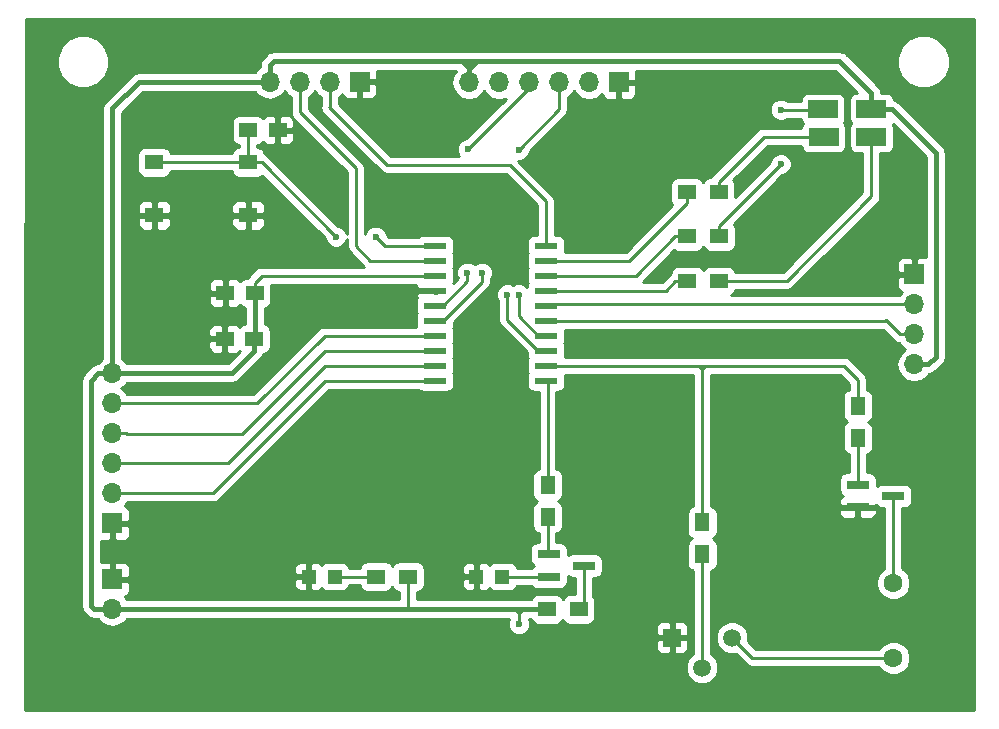
<source format=gtl>
G04 #@! TF.FileFunction,Copper,L1,Top,Signal*
%FSLAX46Y46*%
G04 Gerber Fmt 4.6, Leading zero omitted, Abs format (unit mm)*
G04 Created by KiCad (PCBNEW 4.0.4+e1-6308~48~ubuntu16.04.1-stable) date Thu Jan  5 19:53:31 2017*
%MOMM*%
%LPD*%
G01*
G04 APERTURE LIST*
%ADD10C,0.100000*%
%ADD11R,1.300000X1.500000*%
%ADD12R,1.500000X1.250000*%
%ADD13R,1.200000X1.200000*%
%ADD14R,2.500000X1.524000*%
%ADD15R,1.700000X1.700000*%
%ADD16O,1.700000X1.700000*%
%ADD17R,1.900000X0.800000*%
%ADD18R,1.500000X1.300000*%
%ADD19C,1.600200*%
%ADD20R,1.550000X1.300000*%
%ADD21R,1.950000X0.600000*%
%ADD22C,1.510000*%
%ADD23R,1.510000X1.510000*%
%ADD24C,0.600000*%
%ADD25C,0.250000*%
%ADD26C,0.400000*%
%ADD27C,0.254000*%
G04 APERTURE END LIST*
D10*
D11*
X166175000Y-82225000D03*
X166175000Y-79525000D03*
D12*
X115125000Y-69975000D03*
X112625000Y-69975000D03*
X115075000Y-73850000D03*
X112575000Y-73850000D03*
D13*
X136075000Y-93975000D03*
X133875000Y-93975000D03*
D14*
X167325000Y-54413000D03*
X167325000Y-56737000D03*
X163275000Y-56737000D03*
X163225000Y-54413000D03*
D15*
X103050000Y-94200000D03*
D16*
X103050000Y-96740000D03*
D15*
X123990000Y-52100000D03*
D16*
X121450000Y-52100000D03*
X118910000Y-52100000D03*
X116370000Y-52100000D03*
D15*
X170950000Y-68395000D03*
D16*
X170950000Y-70935000D03*
X170950000Y-73475000D03*
X170950000Y-76015000D03*
D17*
X140000000Y-92100000D03*
X140000000Y-94000000D03*
X143000000Y-93050000D03*
X166175000Y-86200000D03*
X166175000Y-88100000D03*
X169175000Y-87150000D03*
D11*
X139900000Y-88925000D03*
X139900000Y-86225000D03*
D18*
X142550000Y-96750000D03*
X139850000Y-96750000D03*
X154425000Y-68950000D03*
X151725000Y-68950000D03*
X154425000Y-65175000D03*
X151725000Y-65175000D03*
X154400000Y-61450000D03*
X151700000Y-61450000D03*
D19*
X169175000Y-100875000D03*
X169175000Y-94525000D03*
D15*
X103050000Y-89470000D03*
D16*
X103050000Y-86930000D03*
X103050000Y-84390000D03*
X103050000Y-81850000D03*
X103050000Y-79310000D03*
X103050000Y-76770000D03*
D15*
X145945000Y-52125000D03*
D16*
X143405000Y-52125000D03*
X140865000Y-52125000D03*
X138325000Y-52125000D03*
X135785000Y-52125000D03*
X133245000Y-52125000D03*
D20*
X106600000Y-63400000D03*
X106600000Y-58900000D03*
X114550000Y-58900000D03*
X114550000Y-63400000D03*
D21*
X130375000Y-65975000D03*
X130375000Y-67245000D03*
X130375000Y-68515000D03*
X130375000Y-69785000D03*
X130375000Y-71055000D03*
X130375000Y-72325000D03*
X130375000Y-73595000D03*
X130375000Y-74865000D03*
X130375000Y-76135000D03*
X130375000Y-77405000D03*
X139775000Y-77405000D03*
X139775000Y-76135000D03*
X139775000Y-74865000D03*
X139775000Y-73595000D03*
X139775000Y-72325000D03*
X139775000Y-71055000D03*
X139775000Y-69785000D03*
X139775000Y-68515000D03*
X139775000Y-67245000D03*
X139775000Y-65975000D03*
D12*
X114550000Y-56175000D03*
X117050000Y-56175000D03*
D11*
X153000000Y-92100000D03*
X153000000Y-89400000D03*
D22*
X155525000Y-99150000D03*
D23*
X150445000Y-99150000D03*
D22*
X152985000Y-101690000D03*
D13*
X121900000Y-93975000D03*
X119700000Y-93975000D03*
D18*
X125400000Y-93975000D03*
X128100000Y-93975000D03*
D24*
X137475000Y-98025000D03*
X125775000Y-61600000D03*
X130400000Y-61600000D03*
X130400000Y-57500000D03*
X128125000Y-56175000D03*
X155150000Y-74250000D03*
X166775000Y-74250000D03*
X153275000Y-56700000D03*
X153275000Y-52100000D03*
X123875000Y-80550000D03*
X130350000Y-80550000D03*
X117350000Y-63375000D03*
X118675000Y-69775000D03*
X127850000Y-69775000D03*
X159650000Y-54450000D03*
X159650000Y-59050000D03*
X133150000Y-57800000D03*
X133125000Y-68250000D03*
X134350000Y-68250000D03*
X136500000Y-70100000D03*
X137450000Y-57850000D03*
X137450000Y-70100000D03*
X122000000Y-65200000D03*
X125350000Y-65200000D03*
D25*
X169175000Y-100875000D02*
X157250000Y-100875000D01*
X157250000Y-100875000D02*
X155525000Y-99150000D01*
X128100000Y-96375000D02*
X128100000Y-93975000D01*
D26*
X103050000Y-96740000D02*
X127875000Y-96740000D01*
X127875000Y-96740000D02*
X128090000Y-96740000D01*
D25*
X128100000Y-96375000D02*
X128100000Y-96515000D01*
X128100000Y-96515000D02*
X127875000Y-96740000D01*
X128100000Y-96375000D02*
X128100000Y-96730000D01*
D26*
X128325000Y-96740000D02*
X128090000Y-96740000D01*
X137150000Y-96740000D02*
X128325000Y-96740000D01*
D25*
X128100000Y-96515000D02*
X128325000Y-96740000D01*
X128100000Y-96730000D02*
X128090000Y-96740000D01*
D26*
X137475000Y-96740000D02*
X137150000Y-96740000D01*
D25*
X137150000Y-96740000D02*
X137165000Y-96740000D01*
X137165000Y-96740000D02*
X137475000Y-97050000D01*
D26*
X137750000Y-96740000D02*
X137475000Y-96740000D01*
X138690000Y-96740000D02*
X137750000Y-96740000D01*
D25*
X137750000Y-96775000D02*
X137475000Y-97050000D01*
X137475000Y-98025000D02*
X137475000Y-97050000D01*
X137750000Y-96740000D02*
X137750000Y-96775000D01*
X137475000Y-97050000D02*
X137475000Y-96740000D01*
D26*
X139850000Y-96750000D02*
X138700000Y-96750000D01*
X138700000Y-96750000D02*
X138690000Y-96740000D01*
X170950000Y-76015000D02*
X172152081Y-76015000D01*
X172152081Y-76015000D02*
X172775000Y-75392081D01*
X172775000Y-75392081D02*
X172775000Y-58125000D01*
X172775000Y-58125000D02*
X169063000Y-54413000D01*
X169063000Y-54413000D02*
X167325000Y-54413000D01*
X133950000Y-50300000D02*
X164600000Y-50300000D01*
X164600000Y-50300000D02*
X167325000Y-53025000D01*
X167325000Y-53025000D02*
X167325000Y-54413000D01*
X133650000Y-50600000D02*
X133950000Y-50300000D01*
X133400000Y-50600000D02*
X133245000Y-50445000D01*
X133327081Y-50922919D02*
X133650000Y-50600000D01*
X133650000Y-50600000D02*
X133400000Y-50600000D01*
X133245000Y-50922919D02*
X133327081Y-50922919D01*
X132622081Y-50300000D02*
X133100000Y-50300000D01*
X133245000Y-50445000D02*
X133100000Y-50300000D01*
X133100000Y-50300000D02*
X133700000Y-50300000D01*
X133245000Y-50922919D02*
X133245000Y-50445000D01*
X133700000Y-50300000D02*
X133950000Y-50300000D01*
X103050000Y-76770000D02*
X101847919Y-76770000D01*
X101225000Y-77392919D02*
X101225000Y-96450000D01*
X101847919Y-76770000D02*
X101225000Y-77392919D01*
X101225000Y-96450000D02*
X101515000Y-96740000D01*
X101515000Y-96740000D02*
X103050000Y-96740000D01*
X103050000Y-76770000D02*
X103050000Y-54350000D01*
X103050000Y-54350000D02*
X105300000Y-52100000D01*
X105300000Y-52100000D02*
X116370000Y-52100000D01*
X133245000Y-52125000D02*
X133245000Y-50922919D01*
X133245000Y-50922919D02*
X132622081Y-50300000D01*
X132622081Y-50300000D02*
X116725000Y-50300000D01*
X116725000Y-50300000D02*
X116370000Y-50655000D01*
X116370000Y-50655000D02*
X116370000Y-52100000D01*
X115075000Y-73850000D02*
X115075000Y-74875000D01*
X115075000Y-74875000D02*
X113180000Y-76770000D01*
X113180000Y-76770000D02*
X104252081Y-76770000D01*
X104252081Y-76770000D02*
X103050000Y-76770000D01*
X115125000Y-69975000D02*
X115125000Y-73800000D01*
X115125000Y-73800000D02*
X115075000Y-73850000D01*
D25*
X115125000Y-69975000D02*
X115125000Y-69100000D01*
X115125000Y-69100000D02*
X115710000Y-68515000D01*
X115710000Y-68515000D02*
X130375000Y-68515000D01*
X170925000Y-76040000D02*
X170950000Y-76015000D01*
X130400000Y-61600000D02*
X125775000Y-61600000D01*
X128125000Y-56175000D02*
X129075000Y-56175000D01*
X129075000Y-56175000D02*
X130400000Y-57500000D01*
X166775000Y-74250000D02*
X155150000Y-74250000D01*
X145945000Y-52125000D02*
X153250000Y-52125000D01*
X153250000Y-52125000D02*
X153275000Y-52100000D01*
X133875000Y-93975000D02*
X133875000Y-84075000D01*
X133875000Y-84075000D02*
X130350000Y-80550000D01*
X114550000Y-63400000D02*
X117325000Y-63400000D01*
X117325000Y-63400000D02*
X117350000Y-63375000D01*
X129140000Y-69775000D02*
X127850000Y-69775000D01*
X130375000Y-69785000D02*
X129150000Y-69785000D01*
X129150000Y-69785000D02*
X129140000Y-69775000D01*
X140000000Y-94000000D02*
X136100000Y-94000000D01*
X136100000Y-94000000D02*
X136075000Y-93975000D01*
X167325000Y-61775000D02*
X167325000Y-56737000D01*
X160175000Y-68925000D02*
X167325000Y-61775000D01*
X155450000Y-68925000D02*
X160175000Y-68925000D01*
X154425000Y-68950000D02*
X155425000Y-68950000D01*
X155425000Y-68950000D02*
X155450000Y-68925000D01*
X154400000Y-61450000D02*
X154400000Y-60550000D01*
X154400000Y-60550000D02*
X158213000Y-56737000D01*
X158213000Y-56737000D02*
X163275000Y-56737000D01*
X159650000Y-54450000D02*
X163188000Y-54450000D01*
X163188000Y-54450000D02*
X163225000Y-54413000D01*
X154425000Y-65175000D02*
X154425000Y-64275000D01*
X154425000Y-64275000D02*
X159650000Y-59050000D01*
X139775000Y-65960000D02*
X139775000Y-62200000D01*
X121450000Y-54225000D02*
X121450000Y-52075000D01*
X139775000Y-62200000D02*
X136700000Y-59125000D01*
X136700000Y-59125000D02*
X126300000Y-59125000D01*
X126300000Y-59125000D02*
X121425000Y-54250000D01*
X121425000Y-54250000D02*
X121450000Y-54225000D01*
X118910000Y-52075000D02*
X118910000Y-53277081D01*
X118910000Y-53277081D02*
X118925000Y-53292081D01*
X118925000Y-53292081D02*
X118925000Y-54675000D01*
X118925000Y-54675000D02*
X123675000Y-59425000D01*
X123675000Y-59425000D02*
X123675000Y-66000000D01*
X123675000Y-66000000D02*
X124905000Y-67230000D01*
X124905000Y-67230000D02*
X130375000Y-67230000D01*
X170950000Y-70935000D02*
X139880000Y-70935000D01*
X139880000Y-70935000D02*
X139775000Y-71040000D01*
X168547919Y-72275000D02*
X168512919Y-72310000D01*
X168512919Y-72310000D02*
X139775000Y-72310000D01*
X170950000Y-73475000D02*
X169747919Y-73475000D01*
X169747919Y-73475000D02*
X168547919Y-72275000D01*
X139900000Y-88925000D02*
X139900000Y-92000000D01*
X139900000Y-92000000D02*
X140000000Y-92100000D01*
X143000000Y-93050000D02*
X143000000Y-96300000D01*
X143000000Y-96300000D02*
X142550000Y-96750000D01*
X166175000Y-82225000D02*
X166175000Y-83225000D01*
X166175000Y-83225000D02*
X166175000Y-86200000D01*
X139900000Y-86225000D02*
X139900000Y-77515000D01*
X139900000Y-77515000D02*
X139775000Y-77390000D01*
X151725000Y-68950000D02*
X150725000Y-68950000D01*
X150725000Y-68950000D02*
X149905000Y-69770000D01*
X149905000Y-69770000D02*
X141000000Y-69770000D01*
X141000000Y-69770000D02*
X139775000Y-69770000D01*
X151725000Y-65175000D02*
X150725000Y-65175000D01*
X150725000Y-65175000D02*
X147400000Y-68500000D01*
X147400000Y-68500000D02*
X141000000Y-68500000D01*
X141000000Y-68500000D02*
X139775000Y-68500000D01*
X151700000Y-61450000D02*
X151700000Y-62350000D01*
X146820000Y-67230000D02*
X141000000Y-67230000D01*
X151700000Y-62350000D02*
X146820000Y-67230000D01*
X141000000Y-67230000D02*
X139775000Y-67230000D01*
X133150000Y-57800000D02*
X138325000Y-52625000D01*
X138325000Y-52625000D02*
X138325000Y-52125000D01*
X130375000Y-71055000D02*
X131050000Y-71055000D01*
X131050000Y-71055000D02*
X133125000Y-68980000D01*
X133125000Y-68980000D02*
X133125000Y-68250000D01*
X130375000Y-72325000D02*
X131050000Y-72325000D01*
X134350000Y-69025000D02*
X134350000Y-68940002D01*
X134350000Y-68940002D02*
X134350000Y-68250000D01*
X131050000Y-72325000D02*
X134350000Y-69025000D01*
X115315000Y-79310000D02*
X121045000Y-73580000D01*
X121045000Y-73580000D02*
X130375000Y-73580000D01*
X103050000Y-79310000D02*
X115315000Y-79310000D01*
X103050000Y-81850000D02*
X104252081Y-81850000D01*
X104252081Y-81850000D02*
X104277081Y-81875000D01*
X104277081Y-81875000D02*
X114075000Y-81875000D01*
X114075000Y-81875000D02*
X121100000Y-74850000D01*
X121100000Y-74850000D02*
X130375000Y-74850000D01*
X103050000Y-84390000D02*
X112810000Y-84390000D01*
X112810000Y-84390000D02*
X121080000Y-76120000D01*
X121080000Y-76120000D02*
X130375000Y-76120000D01*
X103050000Y-86930000D02*
X111545000Y-86930000D01*
X111545000Y-86930000D02*
X121085000Y-77390000D01*
X121085000Y-77390000D02*
X130375000Y-77390000D01*
X139775000Y-74865000D02*
X139100000Y-74865000D01*
X139100000Y-74865000D02*
X136500000Y-72265000D01*
X136500000Y-72265000D02*
X136500000Y-70100000D01*
X137450000Y-57850000D02*
X140865000Y-54435000D01*
X140865000Y-54435000D02*
X140865000Y-52125000D01*
X139775000Y-73595000D02*
X139100000Y-73595000D01*
X139100000Y-73595000D02*
X137450000Y-71945000D01*
X137450000Y-71945000D02*
X137450000Y-70100000D01*
X114550000Y-56175000D02*
X114550000Y-57050000D01*
X114550000Y-57050000D02*
X114550000Y-58900000D01*
X114550000Y-58900000D02*
X106600000Y-58900000D01*
X115700000Y-58900000D02*
X114550000Y-58900000D01*
X122000000Y-65200000D02*
X115700000Y-58900000D01*
X130375000Y-65975000D02*
X126125000Y-65975000D01*
X126125000Y-65975000D02*
X125350000Y-65200000D01*
X153000000Y-92100000D02*
X153000000Y-101675000D01*
X153000000Y-101675000D02*
X152985000Y-101690000D01*
X153325000Y-76135000D02*
X164985000Y-76135000D01*
X164985000Y-76135000D02*
X166175000Y-77325000D01*
X166175000Y-77325000D02*
X166175000Y-79525000D01*
X152675000Y-76135000D02*
X153000000Y-76135000D01*
X152675000Y-76135000D02*
X152760000Y-76135000D01*
X139775000Y-76135000D02*
X152675000Y-76135000D01*
X152760000Y-76135000D02*
X153000000Y-76375000D01*
X153000000Y-76135000D02*
X153325000Y-76135000D01*
X153325000Y-76135000D02*
X153240000Y-76135000D01*
X153000000Y-88400000D02*
X153000000Y-76375000D01*
X153000000Y-76375000D02*
X153000000Y-76135000D01*
X153240000Y-76135000D02*
X153000000Y-76375000D01*
X153000000Y-89400000D02*
X153000000Y-88400000D01*
X125400000Y-93975000D02*
X121900000Y-93975000D01*
X169175000Y-87150000D02*
X169175000Y-87800000D01*
X169175000Y-87800000D02*
X169175000Y-94525000D01*
D27*
G36*
X175990000Y-105290000D02*
X95685296Y-105290000D01*
X95687738Y-99435750D01*
X149055000Y-99435750D01*
X149055000Y-100031310D01*
X149151673Y-100264699D01*
X149330302Y-100443327D01*
X149563691Y-100540000D01*
X150159250Y-100540000D01*
X150318000Y-100381250D01*
X150318000Y-99277000D01*
X150572000Y-99277000D01*
X150572000Y-100381250D01*
X150730750Y-100540000D01*
X151326309Y-100540000D01*
X151559698Y-100443327D01*
X151738327Y-100264699D01*
X151835000Y-100031310D01*
X151835000Y-99435750D01*
X151676250Y-99277000D01*
X150572000Y-99277000D01*
X150318000Y-99277000D01*
X149213750Y-99277000D01*
X149055000Y-99435750D01*
X95687738Y-99435750D01*
X95696934Y-77392919D01*
X100390000Y-77392919D01*
X100390000Y-96450000D01*
X100453561Y-96769541D01*
X100457209Y-96775000D01*
X100634566Y-97040434D01*
X100924566Y-97330434D01*
X101195459Y-97511439D01*
X101515000Y-97575000D01*
X101827159Y-97575000D01*
X101970853Y-97790054D01*
X102452622Y-98111961D01*
X103020907Y-98225000D01*
X103079093Y-98225000D01*
X103647378Y-98111961D01*
X104129147Y-97790054D01*
X104272841Y-97575000D01*
X136649453Y-97575000D01*
X136540162Y-97838201D01*
X136539838Y-98210167D01*
X136681883Y-98553943D01*
X136944673Y-98817192D01*
X137288201Y-98959838D01*
X137660167Y-98960162D01*
X138003943Y-98818117D01*
X138267192Y-98555327D01*
X138386214Y-98268690D01*
X149055000Y-98268690D01*
X149055000Y-98864250D01*
X149213750Y-99023000D01*
X150318000Y-99023000D01*
X150318000Y-97918750D01*
X150572000Y-97918750D01*
X150572000Y-99023000D01*
X151676250Y-99023000D01*
X151835000Y-98864250D01*
X151835000Y-98268690D01*
X151738327Y-98035301D01*
X151559698Y-97856673D01*
X151326309Y-97760000D01*
X150730750Y-97760000D01*
X150572000Y-97918750D01*
X150318000Y-97918750D01*
X150159250Y-97760000D01*
X149563691Y-97760000D01*
X149330302Y-97856673D01*
X149151673Y-98035301D01*
X149055000Y-98268690D01*
X138386214Y-98268690D01*
X138409838Y-98211799D01*
X138410162Y-97839833D01*
X138300736Y-97575000D01*
X138485489Y-97575000D01*
X138496838Y-97635317D01*
X138635910Y-97851441D01*
X138848110Y-97996431D01*
X139100000Y-98047440D01*
X140600000Y-98047440D01*
X140835317Y-98003162D01*
X141051441Y-97864090D01*
X141196431Y-97651890D01*
X141199081Y-97638803D01*
X141335910Y-97851441D01*
X141548110Y-97996431D01*
X141800000Y-98047440D01*
X143300000Y-98047440D01*
X143535317Y-98003162D01*
X143751441Y-97864090D01*
X143896431Y-97651890D01*
X143947440Y-97400000D01*
X143947440Y-96100000D01*
X143903162Y-95864683D01*
X143764090Y-95648559D01*
X143760000Y-95645764D01*
X143760000Y-94097440D01*
X143950000Y-94097440D01*
X144185317Y-94053162D01*
X144401441Y-93914090D01*
X144546431Y-93701890D01*
X144597440Y-93450000D01*
X144597440Y-92650000D01*
X144553162Y-92414683D01*
X144414090Y-92198559D01*
X144201890Y-92053569D01*
X143950000Y-92002560D01*
X142050000Y-92002560D01*
X141814683Y-92046838D01*
X141598559Y-92185910D01*
X141597440Y-92187548D01*
X141597440Y-91700000D01*
X141553162Y-91464683D01*
X141414090Y-91248559D01*
X141201890Y-91103569D01*
X140950000Y-91052560D01*
X140660000Y-91052560D01*
X140660000Y-90301742D01*
X140785317Y-90278162D01*
X141001441Y-90139090D01*
X141146431Y-89926890D01*
X141197440Y-89675000D01*
X141197440Y-88175000D01*
X141153162Y-87939683D01*
X141014090Y-87723559D01*
X140801890Y-87578569D01*
X140788803Y-87575919D01*
X141001441Y-87439090D01*
X141146431Y-87226890D01*
X141197440Y-86975000D01*
X141197440Y-85475000D01*
X141153162Y-85239683D01*
X141014090Y-85023559D01*
X140801890Y-84878569D01*
X140660000Y-84849836D01*
X140660000Y-78352440D01*
X140750000Y-78352440D01*
X140985317Y-78308162D01*
X141201441Y-78169090D01*
X141346431Y-77956890D01*
X141397440Y-77705000D01*
X141397440Y-77105000D01*
X141357926Y-76895000D01*
X152240000Y-76895000D01*
X152240000Y-88023258D01*
X152114683Y-88046838D01*
X151898559Y-88185910D01*
X151753569Y-88398110D01*
X151702560Y-88650000D01*
X151702560Y-90150000D01*
X151746838Y-90385317D01*
X151885910Y-90601441D01*
X152098110Y-90746431D01*
X152111197Y-90749081D01*
X151898559Y-90885910D01*
X151753569Y-91098110D01*
X151702560Y-91350000D01*
X151702560Y-92850000D01*
X151746838Y-93085317D01*
X151885910Y-93301441D01*
X152098110Y-93446431D01*
X152240000Y-93475164D01*
X152240000Y-100493845D01*
X152198657Y-100510928D01*
X151807302Y-100901600D01*
X151595242Y-101412299D01*
X151594759Y-101965275D01*
X151805928Y-102476343D01*
X152196600Y-102867698D01*
X152707299Y-103079758D01*
X153260275Y-103080241D01*
X153771343Y-102869072D01*
X154162698Y-102478400D01*
X154374758Y-101967701D01*
X154375241Y-101414725D01*
X154164072Y-100903657D01*
X153773400Y-100512302D01*
X153760000Y-100506738D01*
X153760000Y-99425275D01*
X154134759Y-99425275D01*
X154345928Y-99936343D01*
X154736600Y-100327698D01*
X155247299Y-100539758D01*
X155800275Y-100540241D01*
X155828696Y-100528498D01*
X156712599Y-101412401D01*
X156959160Y-101577148D01*
X157250000Y-101635000D01*
X167936245Y-101635000D01*
X167957672Y-101686857D01*
X168361020Y-102090909D01*
X168888289Y-102309850D01*
X169459207Y-102310348D01*
X169986857Y-102092328D01*
X170390909Y-101688980D01*
X170609850Y-101161711D01*
X170610348Y-100590793D01*
X170392328Y-100063143D01*
X169988980Y-99659091D01*
X169461711Y-99440150D01*
X168890793Y-99439652D01*
X168363143Y-99657672D01*
X167959091Y-100061020D01*
X167936677Y-100115000D01*
X157564802Y-100115000D01*
X156903827Y-99454025D01*
X156914758Y-99427701D01*
X156915241Y-98874725D01*
X156704072Y-98363657D01*
X156313400Y-97972302D01*
X155802701Y-97760242D01*
X155249725Y-97759759D01*
X154738657Y-97970928D01*
X154347302Y-98361600D01*
X154135242Y-98872299D01*
X154134759Y-99425275D01*
X153760000Y-99425275D01*
X153760000Y-93476742D01*
X153885317Y-93453162D01*
X154101441Y-93314090D01*
X154246431Y-93101890D01*
X154297440Y-92850000D01*
X154297440Y-91350000D01*
X154253162Y-91114683D01*
X154114090Y-90898559D01*
X153901890Y-90753569D01*
X153888803Y-90750919D01*
X154101441Y-90614090D01*
X154246431Y-90401890D01*
X154297440Y-90150000D01*
X154297440Y-88650000D01*
X154253162Y-88414683D01*
X154234545Y-88385750D01*
X164590000Y-88385750D01*
X164590000Y-88626310D01*
X164686673Y-88859699D01*
X164865302Y-89038327D01*
X165098691Y-89135000D01*
X165889250Y-89135000D01*
X166048000Y-88976250D01*
X166048000Y-88227000D01*
X166302000Y-88227000D01*
X166302000Y-88976250D01*
X166460750Y-89135000D01*
X167251309Y-89135000D01*
X167484698Y-89038327D01*
X167663327Y-88859699D01*
X167760000Y-88626310D01*
X167760000Y-88385750D01*
X167601250Y-88227000D01*
X166302000Y-88227000D01*
X166048000Y-88227000D01*
X164748750Y-88227000D01*
X164590000Y-88385750D01*
X154234545Y-88385750D01*
X154114090Y-88198559D01*
X153901890Y-88053569D01*
X153760000Y-88024836D01*
X153760000Y-76895000D01*
X164670198Y-76895000D01*
X165415000Y-77639802D01*
X165415000Y-78148258D01*
X165289683Y-78171838D01*
X165073559Y-78310910D01*
X164928569Y-78523110D01*
X164877560Y-78775000D01*
X164877560Y-80275000D01*
X164921838Y-80510317D01*
X165060910Y-80726441D01*
X165273110Y-80871431D01*
X165286197Y-80874081D01*
X165073559Y-81010910D01*
X164928569Y-81223110D01*
X164877560Y-81475000D01*
X164877560Y-82975000D01*
X164921838Y-83210317D01*
X165060910Y-83426441D01*
X165273110Y-83571431D01*
X165415000Y-83600164D01*
X165415000Y-85152560D01*
X165225000Y-85152560D01*
X164989683Y-85196838D01*
X164773559Y-85335910D01*
X164628569Y-85548110D01*
X164577560Y-85800000D01*
X164577560Y-86600000D01*
X164621838Y-86835317D01*
X164760910Y-87051441D01*
X164900750Y-87146990D01*
X164865302Y-87161673D01*
X164686673Y-87340301D01*
X164590000Y-87573690D01*
X164590000Y-87814250D01*
X164748750Y-87973000D01*
X166048000Y-87973000D01*
X166048000Y-87953000D01*
X166302000Y-87953000D01*
X166302000Y-87973000D01*
X167601250Y-87973000D01*
X167687262Y-87886988D01*
X167760910Y-88001441D01*
X167973110Y-88146431D01*
X168225000Y-88197440D01*
X168415000Y-88197440D01*
X168415000Y-93286245D01*
X168363143Y-93307672D01*
X167959091Y-93711020D01*
X167740150Y-94238289D01*
X167739652Y-94809207D01*
X167957672Y-95336857D01*
X168361020Y-95740909D01*
X168888289Y-95959850D01*
X169459207Y-95960348D01*
X169986857Y-95742328D01*
X170390909Y-95338980D01*
X170609850Y-94811711D01*
X170610348Y-94240793D01*
X170392328Y-93713143D01*
X169988980Y-93309091D01*
X169935000Y-93286677D01*
X169935000Y-88197440D01*
X170125000Y-88197440D01*
X170360317Y-88153162D01*
X170576441Y-88014090D01*
X170721431Y-87801890D01*
X170772440Y-87550000D01*
X170772440Y-86750000D01*
X170728162Y-86514683D01*
X170589090Y-86298559D01*
X170376890Y-86153569D01*
X170125000Y-86102560D01*
X168225000Y-86102560D01*
X167989683Y-86146838D01*
X167773559Y-86285910D01*
X167772440Y-86287548D01*
X167772440Y-85800000D01*
X167728162Y-85564683D01*
X167589090Y-85348559D01*
X167376890Y-85203569D01*
X167125000Y-85152560D01*
X166935000Y-85152560D01*
X166935000Y-83601742D01*
X167060317Y-83578162D01*
X167276441Y-83439090D01*
X167421431Y-83226890D01*
X167472440Y-82975000D01*
X167472440Y-81475000D01*
X167428162Y-81239683D01*
X167289090Y-81023559D01*
X167076890Y-80878569D01*
X167063803Y-80875919D01*
X167276441Y-80739090D01*
X167421431Y-80526890D01*
X167472440Y-80275000D01*
X167472440Y-78775000D01*
X167428162Y-78539683D01*
X167289090Y-78323559D01*
X167076890Y-78178569D01*
X166935000Y-78149836D01*
X166935000Y-77325000D01*
X166877148Y-77034161D01*
X166712401Y-76787599D01*
X165522401Y-75597599D01*
X165275839Y-75432852D01*
X164985000Y-75375000D01*
X141354914Y-75375000D01*
X141397440Y-75165000D01*
X141397440Y-74565000D01*
X141353162Y-74329683D01*
X141289322Y-74230472D01*
X141346431Y-74146890D01*
X141397440Y-73895000D01*
X141397440Y-73295000D01*
X141355103Y-73070000D01*
X168268117Y-73070000D01*
X169210518Y-74012401D01*
X169457079Y-74177148D01*
X169666182Y-74218741D01*
X169870853Y-74525054D01*
X170200026Y-74745000D01*
X169870853Y-74964946D01*
X169548946Y-75446715D01*
X169435907Y-76015000D01*
X169548946Y-76583285D01*
X169870853Y-77065054D01*
X170352622Y-77386961D01*
X170920907Y-77500000D01*
X170979093Y-77500000D01*
X171547378Y-77386961D01*
X172029147Y-77065054D01*
X172176023Y-76845238D01*
X172471622Y-76786439D01*
X172742515Y-76605434D01*
X173365434Y-75982516D01*
X173467902Y-75829161D01*
X173546439Y-75711622D01*
X173610000Y-75392081D01*
X173610000Y-58125000D01*
X173592131Y-58035167D01*
X173546440Y-57805460D01*
X173365434Y-57534566D01*
X169653434Y-53822566D01*
X169559148Y-53759566D01*
X169382541Y-53641561D01*
X169214370Y-53608109D01*
X169178162Y-53415683D01*
X169039090Y-53199559D01*
X168826890Y-53054569D01*
X168575000Y-53003560D01*
X168155735Y-53003560D01*
X168096439Y-52705459D01*
X167915434Y-52434566D01*
X166323487Y-50842619D01*
X169489613Y-50842619D01*
X169829155Y-51664372D01*
X170457321Y-52293636D01*
X171278481Y-52634611D01*
X172167619Y-52635387D01*
X172989372Y-52295845D01*
X173618636Y-51667679D01*
X173959611Y-50846519D01*
X173960387Y-49957381D01*
X173620845Y-49135628D01*
X172992679Y-48506364D01*
X172171519Y-48165389D01*
X171282381Y-48164613D01*
X170460628Y-48504155D01*
X169831364Y-49132321D01*
X169490389Y-49953481D01*
X169489613Y-50842619D01*
X166323487Y-50842619D01*
X165190434Y-49709566D01*
X165136549Y-49673561D01*
X164919541Y-49528561D01*
X164600000Y-49465000D01*
X116725000Y-49465000D01*
X116405459Y-49528561D01*
X116188451Y-49673561D01*
X116134566Y-49709566D01*
X115779566Y-50064566D01*
X115598561Y-50335459D01*
X115535000Y-50655000D01*
X115535000Y-50877159D01*
X115319946Y-51020853D01*
X115156813Y-51265000D01*
X105300000Y-51265000D01*
X104980460Y-51328560D01*
X104709566Y-51509565D01*
X102459566Y-53759566D01*
X102278561Y-54030459D01*
X102215000Y-54350000D01*
X102215000Y-75556813D01*
X101970853Y-75719946D01*
X101823977Y-75939762D01*
X101528378Y-75998561D01*
X101400270Y-76084160D01*
X101257484Y-76179566D01*
X100634566Y-76802485D01*
X100453561Y-77073378D01*
X100390000Y-77392919D01*
X95696934Y-77392919D01*
X95708011Y-50842619D01*
X98339613Y-50842619D01*
X98679155Y-51664372D01*
X99307321Y-52293636D01*
X100128481Y-52634611D01*
X101017619Y-52635387D01*
X101839372Y-52295845D01*
X102468636Y-51667679D01*
X102809611Y-50846519D01*
X102810387Y-49957381D01*
X102470845Y-49135628D01*
X101842679Y-48506364D01*
X101021519Y-48165389D01*
X100132381Y-48164613D01*
X99310628Y-48504155D01*
X98681364Y-49132321D01*
X98340389Y-49953481D01*
X98339613Y-50842619D01*
X95708011Y-50842619D01*
X95709704Y-46785000D01*
X175990000Y-46785000D01*
X175990000Y-105290000D01*
X175990000Y-105290000D01*
G37*
X175990000Y-105290000D02*
X95685296Y-105290000D01*
X95687738Y-99435750D01*
X149055000Y-99435750D01*
X149055000Y-100031310D01*
X149151673Y-100264699D01*
X149330302Y-100443327D01*
X149563691Y-100540000D01*
X150159250Y-100540000D01*
X150318000Y-100381250D01*
X150318000Y-99277000D01*
X150572000Y-99277000D01*
X150572000Y-100381250D01*
X150730750Y-100540000D01*
X151326309Y-100540000D01*
X151559698Y-100443327D01*
X151738327Y-100264699D01*
X151835000Y-100031310D01*
X151835000Y-99435750D01*
X151676250Y-99277000D01*
X150572000Y-99277000D01*
X150318000Y-99277000D01*
X149213750Y-99277000D01*
X149055000Y-99435750D01*
X95687738Y-99435750D01*
X95696934Y-77392919D01*
X100390000Y-77392919D01*
X100390000Y-96450000D01*
X100453561Y-96769541D01*
X100457209Y-96775000D01*
X100634566Y-97040434D01*
X100924566Y-97330434D01*
X101195459Y-97511439D01*
X101515000Y-97575000D01*
X101827159Y-97575000D01*
X101970853Y-97790054D01*
X102452622Y-98111961D01*
X103020907Y-98225000D01*
X103079093Y-98225000D01*
X103647378Y-98111961D01*
X104129147Y-97790054D01*
X104272841Y-97575000D01*
X136649453Y-97575000D01*
X136540162Y-97838201D01*
X136539838Y-98210167D01*
X136681883Y-98553943D01*
X136944673Y-98817192D01*
X137288201Y-98959838D01*
X137660167Y-98960162D01*
X138003943Y-98818117D01*
X138267192Y-98555327D01*
X138386214Y-98268690D01*
X149055000Y-98268690D01*
X149055000Y-98864250D01*
X149213750Y-99023000D01*
X150318000Y-99023000D01*
X150318000Y-97918750D01*
X150572000Y-97918750D01*
X150572000Y-99023000D01*
X151676250Y-99023000D01*
X151835000Y-98864250D01*
X151835000Y-98268690D01*
X151738327Y-98035301D01*
X151559698Y-97856673D01*
X151326309Y-97760000D01*
X150730750Y-97760000D01*
X150572000Y-97918750D01*
X150318000Y-97918750D01*
X150159250Y-97760000D01*
X149563691Y-97760000D01*
X149330302Y-97856673D01*
X149151673Y-98035301D01*
X149055000Y-98268690D01*
X138386214Y-98268690D01*
X138409838Y-98211799D01*
X138410162Y-97839833D01*
X138300736Y-97575000D01*
X138485489Y-97575000D01*
X138496838Y-97635317D01*
X138635910Y-97851441D01*
X138848110Y-97996431D01*
X139100000Y-98047440D01*
X140600000Y-98047440D01*
X140835317Y-98003162D01*
X141051441Y-97864090D01*
X141196431Y-97651890D01*
X141199081Y-97638803D01*
X141335910Y-97851441D01*
X141548110Y-97996431D01*
X141800000Y-98047440D01*
X143300000Y-98047440D01*
X143535317Y-98003162D01*
X143751441Y-97864090D01*
X143896431Y-97651890D01*
X143947440Y-97400000D01*
X143947440Y-96100000D01*
X143903162Y-95864683D01*
X143764090Y-95648559D01*
X143760000Y-95645764D01*
X143760000Y-94097440D01*
X143950000Y-94097440D01*
X144185317Y-94053162D01*
X144401441Y-93914090D01*
X144546431Y-93701890D01*
X144597440Y-93450000D01*
X144597440Y-92650000D01*
X144553162Y-92414683D01*
X144414090Y-92198559D01*
X144201890Y-92053569D01*
X143950000Y-92002560D01*
X142050000Y-92002560D01*
X141814683Y-92046838D01*
X141598559Y-92185910D01*
X141597440Y-92187548D01*
X141597440Y-91700000D01*
X141553162Y-91464683D01*
X141414090Y-91248559D01*
X141201890Y-91103569D01*
X140950000Y-91052560D01*
X140660000Y-91052560D01*
X140660000Y-90301742D01*
X140785317Y-90278162D01*
X141001441Y-90139090D01*
X141146431Y-89926890D01*
X141197440Y-89675000D01*
X141197440Y-88175000D01*
X141153162Y-87939683D01*
X141014090Y-87723559D01*
X140801890Y-87578569D01*
X140788803Y-87575919D01*
X141001441Y-87439090D01*
X141146431Y-87226890D01*
X141197440Y-86975000D01*
X141197440Y-85475000D01*
X141153162Y-85239683D01*
X141014090Y-85023559D01*
X140801890Y-84878569D01*
X140660000Y-84849836D01*
X140660000Y-78352440D01*
X140750000Y-78352440D01*
X140985317Y-78308162D01*
X141201441Y-78169090D01*
X141346431Y-77956890D01*
X141397440Y-77705000D01*
X141397440Y-77105000D01*
X141357926Y-76895000D01*
X152240000Y-76895000D01*
X152240000Y-88023258D01*
X152114683Y-88046838D01*
X151898559Y-88185910D01*
X151753569Y-88398110D01*
X151702560Y-88650000D01*
X151702560Y-90150000D01*
X151746838Y-90385317D01*
X151885910Y-90601441D01*
X152098110Y-90746431D01*
X152111197Y-90749081D01*
X151898559Y-90885910D01*
X151753569Y-91098110D01*
X151702560Y-91350000D01*
X151702560Y-92850000D01*
X151746838Y-93085317D01*
X151885910Y-93301441D01*
X152098110Y-93446431D01*
X152240000Y-93475164D01*
X152240000Y-100493845D01*
X152198657Y-100510928D01*
X151807302Y-100901600D01*
X151595242Y-101412299D01*
X151594759Y-101965275D01*
X151805928Y-102476343D01*
X152196600Y-102867698D01*
X152707299Y-103079758D01*
X153260275Y-103080241D01*
X153771343Y-102869072D01*
X154162698Y-102478400D01*
X154374758Y-101967701D01*
X154375241Y-101414725D01*
X154164072Y-100903657D01*
X153773400Y-100512302D01*
X153760000Y-100506738D01*
X153760000Y-99425275D01*
X154134759Y-99425275D01*
X154345928Y-99936343D01*
X154736600Y-100327698D01*
X155247299Y-100539758D01*
X155800275Y-100540241D01*
X155828696Y-100528498D01*
X156712599Y-101412401D01*
X156959160Y-101577148D01*
X157250000Y-101635000D01*
X167936245Y-101635000D01*
X167957672Y-101686857D01*
X168361020Y-102090909D01*
X168888289Y-102309850D01*
X169459207Y-102310348D01*
X169986857Y-102092328D01*
X170390909Y-101688980D01*
X170609850Y-101161711D01*
X170610348Y-100590793D01*
X170392328Y-100063143D01*
X169988980Y-99659091D01*
X169461711Y-99440150D01*
X168890793Y-99439652D01*
X168363143Y-99657672D01*
X167959091Y-100061020D01*
X167936677Y-100115000D01*
X157564802Y-100115000D01*
X156903827Y-99454025D01*
X156914758Y-99427701D01*
X156915241Y-98874725D01*
X156704072Y-98363657D01*
X156313400Y-97972302D01*
X155802701Y-97760242D01*
X155249725Y-97759759D01*
X154738657Y-97970928D01*
X154347302Y-98361600D01*
X154135242Y-98872299D01*
X154134759Y-99425275D01*
X153760000Y-99425275D01*
X153760000Y-93476742D01*
X153885317Y-93453162D01*
X154101441Y-93314090D01*
X154246431Y-93101890D01*
X154297440Y-92850000D01*
X154297440Y-91350000D01*
X154253162Y-91114683D01*
X154114090Y-90898559D01*
X153901890Y-90753569D01*
X153888803Y-90750919D01*
X154101441Y-90614090D01*
X154246431Y-90401890D01*
X154297440Y-90150000D01*
X154297440Y-88650000D01*
X154253162Y-88414683D01*
X154234545Y-88385750D01*
X164590000Y-88385750D01*
X164590000Y-88626310D01*
X164686673Y-88859699D01*
X164865302Y-89038327D01*
X165098691Y-89135000D01*
X165889250Y-89135000D01*
X166048000Y-88976250D01*
X166048000Y-88227000D01*
X166302000Y-88227000D01*
X166302000Y-88976250D01*
X166460750Y-89135000D01*
X167251309Y-89135000D01*
X167484698Y-89038327D01*
X167663327Y-88859699D01*
X167760000Y-88626310D01*
X167760000Y-88385750D01*
X167601250Y-88227000D01*
X166302000Y-88227000D01*
X166048000Y-88227000D01*
X164748750Y-88227000D01*
X164590000Y-88385750D01*
X154234545Y-88385750D01*
X154114090Y-88198559D01*
X153901890Y-88053569D01*
X153760000Y-88024836D01*
X153760000Y-76895000D01*
X164670198Y-76895000D01*
X165415000Y-77639802D01*
X165415000Y-78148258D01*
X165289683Y-78171838D01*
X165073559Y-78310910D01*
X164928569Y-78523110D01*
X164877560Y-78775000D01*
X164877560Y-80275000D01*
X164921838Y-80510317D01*
X165060910Y-80726441D01*
X165273110Y-80871431D01*
X165286197Y-80874081D01*
X165073559Y-81010910D01*
X164928569Y-81223110D01*
X164877560Y-81475000D01*
X164877560Y-82975000D01*
X164921838Y-83210317D01*
X165060910Y-83426441D01*
X165273110Y-83571431D01*
X165415000Y-83600164D01*
X165415000Y-85152560D01*
X165225000Y-85152560D01*
X164989683Y-85196838D01*
X164773559Y-85335910D01*
X164628569Y-85548110D01*
X164577560Y-85800000D01*
X164577560Y-86600000D01*
X164621838Y-86835317D01*
X164760910Y-87051441D01*
X164900750Y-87146990D01*
X164865302Y-87161673D01*
X164686673Y-87340301D01*
X164590000Y-87573690D01*
X164590000Y-87814250D01*
X164748750Y-87973000D01*
X166048000Y-87973000D01*
X166048000Y-87953000D01*
X166302000Y-87953000D01*
X166302000Y-87973000D01*
X167601250Y-87973000D01*
X167687262Y-87886988D01*
X167760910Y-88001441D01*
X167973110Y-88146431D01*
X168225000Y-88197440D01*
X168415000Y-88197440D01*
X168415000Y-93286245D01*
X168363143Y-93307672D01*
X167959091Y-93711020D01*
X167740150Y-94238289D01*
X167739652Y-94809207D01*
X167957672Y-95336857D01*
X168361020Y-95740909D01*
X168888289Y-95959850D01*
X169459207Y-95960348D01*
X169986857Y-95742328D01*
X170390909Y-95338980D01*
X170609850Y-94811711D01*
X170610348Y-94240793D01*
X170392328Y-93713143D01*
X169988980Y-93309091D01*
X169935000Y-93286677D01*
X169935000Y-88197440D01*
X170125000Y-88197440D01*
X170360317Y-88153162D01*
X170576441Y-88014090D01*
X170721431Y-87801890D01*
X170772440Y-87550000D01*
X170772440Y-86750000D01*
X170728162Y-86514683D01*
X170589090Y-86298559D01*
X170376890Y-86153569D01*
X170125000Y-86102560D01*
X168225000Y-86102560D01*
X167989683Y-86146838D01*
X167773559Y-86285910D01*
X167772440Y-86287548D01*
X167772440Y-85800000D01*
X167728162Y-85564683D01*
X167589090Y-85348559D01*
X167376890Y-85203569D01*
X167125000Y-85152560D01*
X166935000Y-85152560D01*
X166935000Y-83601742D01*
X167060317Y-83578162D01*
X167276441Y-83439090D01*
X167421431Y-83226890D01*
X167472440Y-82975000D01*
X167472440Y-81475000D01*
X167428162Y-81239683D01*
X167289090Y-81023559D01*
X167076890Y-80878569D01*
X167063803Y-80875919D01*
X167276441Y-80739090D01*
X167421431Y-80526890D01*
X167472440Y-80275000D01*
X167472440Y-78775000D01*
X167428162Y-78539683D01*
X167289090Y-78323559D01*
X167076890Y-78178569D01*
X166935000Y-78149836D01*
X166935000Y-77325000D01*
X166877148Y-77034161D01*
X166712401Y-76787599D01*
X165522401Y-75597599D01*
X165275839Y-75432852D01*
X164985000Y-75375000D01*
X141354914Y-75375000D01*
X141397440Y-75165000D01*
X141397440Y-74565000D01*
X141353162Y-74329683D01*
X141289322Y-74230472D01*
X141346431Y-74146890D01*
X141397440Y-73895000D01*
X141397440Y-73295000D01*
X141355103Y-73070000D01*
X168268117Y-73070000D01*
X169210518Y-74012401D01*
X169457079Y-74177148D01*
X169666182Y-74218741D01*
X169870853Y-74525054D01*
X170200026Y-74745000D01*
X169870853Y-74964946D01*
X169548946Y-75446715D01*
X169435907Y-76015000D01*
X169548946Y-76583285D01*
X169870853Y-77065054D01*
X170352622Y-77386961D01*
X170920907Y-77500000D01*
X170979093Y-77500000D01*
X171547378Y-77386961D01*
X172029147Y-77065054D01*
X172176023Y-76845238D01*
X172471622Y-76786439D01*
X172742515Y-76605434D01*
X173365434Y-75982516D01*
X173467902Y-75829161D01*
X173546439Y-75711622D01*
X173610000Y-75392081D01*
X173610000Y-58125000D01*
X173592131Y-58035167D01*
X173546440Y-57805460D01*
X173365434Y-57534566D01*
X169653434Y-53822566D01*
X169559148Y-53759566D01*
X169382541Y-53641561D01*
X169214370Y-53608109D01*
X169178162Y-53415683D01*
X169039090Y-53199559D01*
X168826890Y-53054569D01*
X168575000Y-53003560D01*
X168155735Y-53003560D01*
X168096439Y-52705459D01*
X167915434Y-52434566D01*
X166323487Y-50842619D01*
X169489613Y-50842619D01*
X169829155Y-51664372D01*
X170457321Y-52293636D01*
X171278481Y-52634611D01*
X172167619Y-52635387D01*
X172989372Y-52295845D01*
X173618636Y-51667679D01*
X173959611Y-50846519D01*
X173960387Y-49957381D01*
X173620845Y-49135628D01*
X172992679Y-48506364D01*
X172171519Y-48165389D01*
X171282381Y-48164613D01*
X170460628Y-48504155D01*
X169831364Y-49132321D01*
X169490389Y-49953481D01*
X169489613Y-50842619D01*
X166323487Y-50842619D01*
X165190434Y-49709566D01*
X165136549Y-49673561D01*
X164919541Y-49528561D01*
X164600000Y-49465000D01*
X116725000Y-49465000D01*
X116405459Y-49528561D01*
X116188451Y-49673561D01*
X116134566Y-49709566D01*
X115779566Y-50064566D01*
X115598561Y-50335459D01*
X115535000Y-50655000D01*
X115535000Y-50877159D01*
X115319946Y-51020853D01*
X115156813Y-51265000D01*
X105300000Y-51265000D01*
X104980460Y-51328560D01*
X104709566Y-51509565D01*
X102459566Y-53759566D01*
X102278561Y-54030459D01*
X102215000Y-54350000D01*
X102215000Y-75556813D01*
X101970853Y-75719946D01*
X101823977Y-75939762D01*
X101528378Y-75998561D01*
X101400270Y-76084160D01*
X101257484Y-76179566D01*
X100634566Y-76802485D01*
X100453561Y-77073378D01*
X100390000Y-77392919D01*
X95696934Y-77392919D01*
X95708011Y-50842619D01*
X98339613Y-50842619D01*
X98679155Y-51664372D01*
X99307321Y-52293636D01*
X100128481Y-52634611D01*
X101017619Y-52635387D01*
X101839372Y-52295845D01*
X102468636Y-51667679D01*
X102809611Y-50846519D01*
X102810387Y-49957381D01*
X102470845Y-49135628D01*
X101842679Y-48506364D01*
X101021519Y-48165389D01*
X100132381Y-48164613D01*
X99310628Y-48504155D01*
X98681364Y-49132321D01*
X98340389Y-49953481D01*
X98339613Y-50842619D01*
X95708011Y-50842619D01*
X95709704Y-46785000D01*
X175990000Y-46785000D01*
X175990000Y-105290000D01*
G36*
X120399946Y-53179147D02*
X120690000Y-53372954D01*
X120690000Y-54124318D01*
X120665000Y-54250000D01*
X120722852Y-54540839D01*
X120887599Y-54787401D01*
X125762599Y-59662401D01*
X126009161Y-59827148D01*
X126300000Y-59885000D01*
X136385198Y-59885000D01*
X139015000Y-62514802D01*
X139015000Y-65027560D01*
X138800000Y-65027560D01*
X138564683Y-65071838D01*
X138348559Y-65210910D01*
X138203569Y-65423110D01*
X138152560Y-65675000D01*
X138152560Y-66275000D01*
X138196838Y-66510317D01*
X138260678Y-66609528D01*
X138203569Y-66693110D01*
X138152560Y-66945000D01*
X138152560Y-67545000D01*
X138196838Y-67780317D01*
X138260678Y-67879528D01*
X138203569Y-67963110D01*
X138152560Y-68215000D01*
X138152560Y-68815000D01*
X138196838Y-69050317D01*
X138260678Y-69149528D01*
X138203569Y-69233110D01*
X138153344Y-69481127D01*
X137980327Y-69307808D01*
X137636799Y-69165162D01*
X137264833Y-69164838D01*
X136974710Y-69284714D01*
X136686799Y-69165162D01*
X136314833Y-69164838D01*
X135971057Y-69306883D01*
X135707808Y-69569673D01*
X135565162Y-69913201D01*
X135564838Y-70285167D01*
X135706883Y-70628943D01*
X135740000Y-70662118D01*
X135740000Y-72265000D01*
X135797852Y-72555839D01*
X135962599Y-72802401D01*
X138152560Y-74992362D01*
X138152560Y-75165000D01*
X138196838Y-75400317D01*
X138260678Y-75499528D01*
X138203569Y-75583110D01*
X138152560Y-75835000D01*
X138152560Y-76435000D01*
X138196838Y-76670317D01*
X138260678Y-76769528D01*
X138203569Y-76853110D01*
X138152560Y-77105000D01*
X138152560Y-77705000D01*
X138196838Y-77940317D01*
X138335910Y-78156441D01*
X138548110Y-78301431D01*
X138800000Y-78352440D01*
X139140000Y-78352440D01*
X139140000Y-84848258D01*
X139014683Y-84871838D01*
X138798559Y-85010910D01*
X138653569Y-85223110D01*
X138602560Y-85475000D01*
X138602560Y-86975000D01*
X138646838Y-87210317D01*
X138785910Y-87426441D01*
X138998110Y-87571431D01*
X139011197Y-87574081D01*
X138798559Y-87710910D01*
X138653569Y-87923110D01*
X138602560Y-88175000D01*
X138602560Y-89675000D01*
X138646838Y-89910317D01*
X138785910Y-90126441D01*
X138998110Y-90271431D01*
X139140000Y-90300164D01*
X139140000Y-91052560D01*
X139050000Y-91052560D01*
X138814683Y-91096838D01*
X138598559Y-91235910D01*
X138453569Y-91448110D01*
X138402560Y-91700000D01*
X138402560Y-92500000D01*
X138446838Y-92735317D01*
X138585910Y-92951441D01*
X138731083Y-93050633D01*
X138598559Y-93135910D01*
X138527437Y-93240000D01*
X137297038Y-93240000D01*
X137278162Y-93139683D01*
X137139090Y-92923559D01*
X136926890Y-92778569D01*
X136675000Y-92727560D01*
X135475000Y-92727560D01*
X135239683Y-92771838D01*
X135023559Y-92910910D01*
X134977031Y-92979006D01*
X134834698Y-92836673D01*
X134601309Y-92740000D01*
X134160750Y-92740000D01*
X134002000Y-92898750D01*
X134002000Y-93848000D01*
X134022000Y-93848000D01*
X134022000Y-94102000D01*
X134002000Y-94102000D01*
X134002000Y-95051250D01*
X134160750Y-95210000D01*
X134601309Y-95210000D01*
X134834698Y-95113327D01*
X134975936Y-94972090D01*
X135010910Y-95026441D01*
X135223110Y-95171431D01*
X135475000Y-95222440D01*
X136675000Y-95222440D01*
X136910317Y-95178162D01*
X137126441Y-95039090D01*
X137271431Y-94826890D01*
X137284977Y-94760000D01*
X138527069Y-94760000D01*
X138585910Y-94851441D01*
X138798110Y-94996431D01*
X139050000Y-95047440D01*
X140950000Y-95047440D01*
X141185317Y-95003162D01*
X141401441Y-94864090D01*
X141546431Y-94651890D01*
X141597440Y-94400000D01*
X141597440Y-93909319D01*
X141798110Y-94046431D01*
X142050000Y-94097440D01*
X142240000Y-94097440D01*
X142240000Y-95452560D01*
X141800000Y-95452560D01*
X141564683Y-95496838D01*
X141348559Y-95635910D01*
X141203569Y-95848110D01*
X141200919Y-95861197D01*
X141064090Y-95648559D01*
X140851890Y-95503569D01*
X140600000Y-95452560D01*
X139100000Y-95452560D01*
X138864683Y-95496838D01*
X138648559Y-95635910D01*
X138503569Y-95848110D01*
X138492048Y-95905000D01*
X128860000Y-95905000D01*
X128860000Y-95270558D01*
X129085317Y-95228162D01*
X129301441Y-95089090D01*
X129446431Y-94876890D01*
X129497440Y-94625000D01*
X129497440Y-94260750D01*
X132640000Y-94260750D01*
X132640000Y-94701310D01*
X132736673Y-94934699D01*
X132915302Y-95113327D01*
X133148691Y-95210000D01*
X133589250Y-95210000D01*
X133748000Y-95051250D01*
X133748000Y-94102000D01*
X132798750Y-94102000D01*
X132640000Y-94260750D01*
X129497440Y-94260750D01*
X129497440Y-93325000D01*
X129483082Y-93248690D01*
X132640000Y-93248690D01*
X132640000Y-93689250D01*
X132798750Y-93848000D01*
X133748000Y-93848000D01*
X133748000Y-92898750D01*
X133589250Y-92740000D01*
X133148691Y-92740000D01*
X132915302Y-92836673D01*
X132736673Y-93015301D01*
X132640000Y-93248690D01*
X129483082Y-93248690D01*
X129453162Y-93089683D01*
X129314090Y-92873559D01*
X129101890Y-92728569D01*
X128850000Y-92677560D01*
X127350000Y-92677560D01*
X127114683Y-92721838D01*
X126898559Y-92860910D01*
X126753569Y-93073110D01*
X126750919Y-93086197D01*
X126614090Y-92873559D01*
X126401890Y-92728569D01*
X126150000Y-92677560D01*
X124650000Y-92677560D01*
X124414683Y-92721838D01*
X124198559Y-92860910D01*
X124053569Y-93073110D01*
X124024836Y-93215000D01*
X123117334Y-93215000D01*
X123103162Y-93139683D01*
X122964090Y-92923559D01*
X122751890Y-92778569D01*
X122500000Y-92727560D01*
X121300000Y-92727560D01*
X121064683Y-92771838D01*
X120848559Y-92910910D01*
X120802031Y-92979006D01*
X120659698Y-92836673D01*
X120426309Y-92740000D01*
X119985750Y-92740000D01*
X119827000Y-92898750D01*
X119827000Y-93848000D01*
X119847000Y-93848000D01*
X119847000Y-94102000D01*
X119827000Y-94102000D01*
X119827000Y-95051250D01*
X119985750Y-95210000D01*
X120426309Y-95210000D01*
X120659698Y-95113327D01*
X120800936Y-94972090D01*
X120835910Y-95026441D01*
X121048110Y-95171431D01*
X121300000Y-95222440D01*
X122500000Y-95222440D01*
X122735317Y-95178162D01*
X122951441Y-95039090D01*
X123096431Y-94826890D01*
X123115039Y-94735000D01*
X124023258Y-94735000D01*
X124046838Y-94860317D01*
X124185910Y-95076441D01*
X124398110Y-95221431D01*
X124650000Y-95272440D01*
X126150000Y-95272440D01*
X126385317Y-95228162D01*
X126601441Y-95089090D01*
X126746431Y-94876890D01*
X126749081Y-94863803D01*
X126885910Y-95076441D01*
X127098110Y-95221431D01*
X127340000Y-95270415D01*
X127340000Y-95905000D01*
X104272841Y-95905000D01*
X104129147Y-95689946D01*
X104085223Y-95660597D01*
X104259698Y-95588327D01*
X104438327Y-95409699D01*
X104535000Y-95176310D01*
X104535000Y-94485750D01*
X104376250Y-94327000D01*
X103177000Y-94327000D01*
X103177000Y-94347000D01*
X102923000Y-94347000D01*
X102923000Y-94327000D01*
X102903000Y-94327000D01*
X102903000Y-94260750D01*
X118465000Y-94260750D01*
X118465000Y-94701310D01*
X118561673Y-94934699D01*
X118740302Y-95113327D01*
X118973691Y-95210000D01*
X119414250Y-95210000D01*
X119573000Y-95051250D01*
X119573000Y-94102000D01*
X118623750Y-94102000D01*
X118465000Y-94260750D01*
X102903000Y-94260750D01*
X102903000Y-94073000D01*
X102923000Y-94073000D01*
X102923000Y-92873750D01*
X103177000Y-92873750D01*
X103177000Y-94073000D01*
X104376250Y-94073000D01*
X104535000Y-93914250D01*
X104535000Y-93248690D01*
X118465000Y-93248690D01*
X118465000Y-93689250D01*
X118623750Y-93848000D01*
X119573000Y-93848000D01*
X119573000Y-92898750D01*
X119414250Y-92740000D01*
X118973691Y-92740000D01*
X118740302Y-92836673D01*
X118561673Y-93015301D01*
X118465000Y-93248690D01*
X104535000Y-93248690D01*
X104535000Y-93223690D01*
X104438327Y-92990301D01*
X104259698Y-92811673D01*
X104026309Y-92715000D01*
X103335750Y-92715000D01*
X103177000Y-92873750D01*
X102923000Y-92873750D01*
X102764250Y-92715000D01*
X102073691Y-92715000D01*
X102060000Y-92720671D01*
X102060000Y-90949329D01*
X102073691Y-90955000D01*
X102764250Y-90955000D01*
X102923000Y-90796250D01*
X102923000Y-89597000D01*
X103177000Y-89597000D01*
X103177000Y-90796250D01*
X103335750Y-90955000D01*
X104026309Y-90955000D01*
X104259698Y-90858327D01*
X104438327Y-90679699D01*
X104535000Y-90446310D01*
X104535000Y-89755750D01*
X104376250Y-89597000D01*
X103177000Y-89597000D01*
X102923000Y-89597000D01*
X102903000Y-89597000D01*
X102903000Y-89343000D01*
X102923000Y-89343000D01*
X102923000Y-89323000D01*
X103177000Y-89323000D01*
X103177000Y-89343000D01*
X104376250Y-89343000D01*
X104535000Y-89184250D01*
X104535000Y-88493690D01*
X104438327Y-88260301D01*
X104259698Y-88081673D01*
X104085223Y-88009403D01*
X104129147Y-87980054D01*
X104322954Y-87690000D01*
X111545000Y-87690000D01*
X111835839Y-87632148D01*
X112082401Y-87467401D01*
X121399802Y-78150000D01*
X128931765Y-78150000D01*
X128935910Y-78156441D01*
X129148110Y-78301431D01*
X129400000Y-78352440D01*
X131350000Y-78352440D01*
X131585317Y-78308162D01*
X131801441Y-78169090D01*
X131946431Y-77956890D01*
X131997440Y-77705000D01*
X131997440Y-77105000D01*
X131953162Y-76869683D01*
X131889322Y-76770472D01*
X131946431Y-76686890D01*
X131997440Y-76435000D01*
X131997440Y-75835000D01*
X131953162Y-75599683D01*
X131889322Y-75500472D01*
X131946431Y-75416890D01*
X131997440Y-75165000D01*
X131997440Y-74565000D01*
X131953162Y-74329683D01*
X131889322Y-74230472D01*
X131946431Y-74146890D01*
X131997440Y-73895000D01*
X131997440Y-73295000D01*
X131953162Y-73059683D01*
X131889322Y-72960472D01*
X131946431Y-72876890D01*
X131997440Y-72625000D01*
X131997440Y-72452362D01*
X134887401Y-69562401D01*
X135052148Y-69315839D01*
X135110000Y-69025000D01*
X135110000Y-68812463D01*
X135142192Y-68780327D01*
X135284838Y-68436799D01*
X135285162Y-68064833D01*
X135143117Y-67721057D01*
X134880327Y-67457808D01*
X134536799Y-67315162D01*
X134164833Y-67314838D01*
X133821057Y-67456883D01*
X133737585Y-67540210D01*
X133655327Y-67457808D01*
X133311799Y-67315162D01*
X132939833Y-67314838D01*
X132596057Y-67456883D01*
X132332808Y-67719673D01*
X132190162Y-68063201D01*
X132189838Y-68435167D01*
X132308309Y-68721889D01*
X131910023Y-69120175D01*
X131946431Y-69066890D01*
X131997440Y-68815000D01*
X131997440Y-68215000D01*
X131953162Y-67979683D01*
X131889322Y-67880472D01*
X131946431Y-67796890D01*
X131997440Y-67545000D01*
X131997440Y-66945000D01*
X131953162Y-66709683D01*
X131889322Y-66610472D01*
X131946431Y-66526890D01*
X131997440Y-66275000D01*
X131997440Y-65675000D01*
X131953162Y-65439683D01*
X131814090Y-65223559D01*
X131601890Y-65078569D01*
X131350000Y-65027560D01*
X129400000Y-65027560D01*
X129164683Y-65071838D01*
X128948559Y-65210910D01*
X128945764Y-65215000D01*
X126439802Y-65215000D01*
X126285122Y-65060320D01*
X126285162Y-65014833D01*
X126143117Y-64671057D01*
X125880327Y-64407808D01*
X125536799Y-64265162D01*
X125164833Y-64264838D01*
X124821057Y-64406883D01*
X124557808Y-64669673D01*
X124435000Y-64965426D01*
X124435000Y-59425000D01*
X124377148Y-59134161D01*
X124377148Y-59134160D01*
X124212401Y-58887599D01*
X119685000Y-54360198D01*
X119685000Y-53362932D01*
X119960054Y-53179147D01*
X120180000Y-52849974D01*
X120399946Y-53179147D01*
X120399946Y-53179147D01*
G37*
X120399946Y-53179147D02*
X120690000Y-53372954D01*
X120690000Y-54124318D01*
X120665000Y-54250000D01*
X120722852Y-54540839D01*
X120887599Y-54787401D01*
X125762599Y-59662401D01*
X126009161Y-59827148D01*
X126300000Y-59885000D01*
X136385198Y-59885000D01*
X139015000Y-62514802D01*
X139015000Y-65027560D01*
X138800000Y-65027560D01*
X138564683Y-65071838D01*
X138348559Y-65210910D01*
X138203569Y-65423110D01*
X138152560Y-65675000D01*
X138152560Y-66275000D01*
X138196838Y-66510317D01*
X138260678Y-66609528D01*
X138203569Y-66693110D01*
X138152560Y-66945000D01*
X138152560Y-67545000D01*
X138196838Y-67780317D01*
X138260678Y-67879528D01*
X138203569Y-67963110D01*
X138152560Y-68215000D01*
X138152560Y-68815000D01*
X138196838Y-69050317D01*
X138260678Y-69149528D01*
X138203569Y-69233110D01*
X138153344Y-69481127D01*
X137980327Y-69307808D01*
X137636799Y-69165162D01*
X137264833Y-69164838D01*
X136974710Y-69284714D01*
X136686799Y-69165162D01*
X136314833Y-69164838D01*
X135971057Y-69306883D01*
X135707808Y-69569673D01*
X135565162Y-69913201D01*
X135564838Y-70285167D01*
X135706883Y-70628943D01*
X135740000Y-70662118D01*
X135740000Y-72265000D01*
X135797852Y-72555839D01*
X135962599Y-72802401D01*
X138152560Y-74992362D01*
X138152560Y-75165000D01*
X138196838Y-75400317D01*
X138260678Y-75499528D01*
X138203569Y-75583110D01*
X138152560Y-75835000D01*
X138152560Y-76435000D01*
X138196838Y-76670317D01*
X138260678Y-76769528D01*
X138203569Y-76853110D01*
X138152560Y-77105000D01*
X138152560Y-77705000D01*
X138196838Y-77940317D01*
X138335910Y-78156441D01*
X138548110Y-78301431D01*
X138800000Y-78352440D01*
X139140000Y-78352440D01*
X139140000Y-84848258D01*
X139014683Y-84871838D01*
X138798559Y-85010910D01*
X138653569Y-85223110D01*
X138602560Y-85475000D01*
X138602560Y-86975000D01*
X138646838Y-87210317D01*
X138785910Y-87426441D01*
X138998110Y-87571431D01*
X139011197Y-87574081D01*
X138798559Y-87710910D01*
X138653569Y-87923110D01*
X138602560Y-88175000D01*
X138602560Y-89675000D01*
X138646838Y-89910317D01*
X138785910Y-90126441D01*
X138998110Y-90271431D01*
X139140000Y-90300164D01*
X139140000Y-91052560D01*
X139050000Y-91052560D01*
X138814683Y-91096838D01*
X138598559Y-91235910D01*
X138453569Y-91448110D01*
X138402560Y-91700000D01*
X138402560Y-92500000D01*
X138446838Y-92735317D01*
X138585910Y-92951441D01*
X138731083Y-93050633D01*
X138598559Y-93135910D01*
X138527437Y-93240000D01*
X137297038Y-93240000D01*
X137278162Y-93139683D01*
X137139090Y-92923559D01*
X136926890Y-92778569D01*
X136675000Y-92727560D01*
X135475000Y-92727560D01*
X135239683Y-92771838D01*
X135023559Y-92910910D01*
X134977031Y-92979006D01*
X134834698Y-92836673D01*
X134601309Y-92740000D01*
X134160750Y-92740000D01*
X134002000Y-92898750D01*
X134002000Y-93848000D01*
X134022000Y-93848000D01*
X134022000Y-94102000D01*
X134002000Y-94102000D01*
X134002000Y-95051250D01*
X134160750Y-95210000D01*
X134601309Y-95210000D01*
X134834698Y-95113327D01*
X134975936Y-94972090D01*
X135010910Y-95026441D01*
X135223110Y-95171431D01*
X135475000Y-95222440D01*
X136675000Y-95222440D01*
X136910317Y-95178162D01*
X137126441Y-95039090D01*
X137271431Y-94826890D01*
X137284977Y-94760000D01*
X138527069Y-94760000D01*
X138585910Y-94851441D01*
X138798110Y-94996431D01*
X139050000Y-95047440D01*
X140950000Y-95047440D01*
X141185317Y-95003162D01*
X141401441Y-94864090D01*
X141546431Y-94651890D01*
X141597440Y-94400000D01*
X141597440Y-93909319D01*
X141798110Y-94046431D01*
X142050000Y-94097440D01*
X142240000Y-94097440D01*
X142240000Y-95452560D01*
X141800000Y-95452560D01*
X141564683Y-95496838D01*
X141348559Y-95635910D01*
X141203569Y-95848110D01*
X141200919Y-95861197D01*
X141064090Y-95648559D01*
X140851890Y-95503569D01*
X140600000Y-95452560D01*
X139100000Y-95452560D01*
X138864683Y-95496838D01*
X138648559Y-95635910D01*
X138503569Y-95848110D01*
X138492048Y-95905000D01*
X128860000Y-95905000D01*
X128860000Y-95270558D01*
X129085317Y-95228162D01*
X129301441Y-95089090D01*
X129446431Y-94876890D01*
X129497440Y-94625000D01*
X129497440Y-94260750D01*
X132640000Y-94260750D01*
X132640000Y-94701310D01*
X132736673Y-94934699D01*
X132915302Y-95113327D01*
X133148691Y-95210000D01*
X133589250Y-95210000D01*
X133748000Y-95051250D01*
X133748000Y-94102000D01*
X132798750Y-94102000D01*
X132640000Y-94260750D01*
X129497440Y-94260750D01*
X129497440Y-93325000D01*
X129483082Y-93248690D01*
X132640000Y-93248690D01*
X132640000Y-93689250D01*
X132798750Y-93848000D01*
X133748000Y-93848000D01*
X133748000Y-92898750D01*
X133589250Y-92740000D01*
X133148691Y-92740000D01*
X132915302Y-92836673D01*
X132736673Y-93015301D01*
X132640000Y-93248690D01*
X129483082Y-93248690D01*
X129453162Y-93089683D01*
X129314090Y-92873559D01*
X129101890Y-92728569D01*
X128850000Y-92677560D01*
X127350000Y-92677560D01*
X127114683Y-92721838D01*
X126898559Y-92860910D01*
X126753569Y-93073110D01*
X126750919Y-93086197D01*
X126614090Y-92873559D01*
X126401890Y-92728569D01*
X126150000Y-92677560D01*
X124650000Y-92677560D01*
X124414683Y-92721838D01*
X124198559Y-92860910D01*
X124053569Y-93073110D01*
X124024836Y-93215000D01*
X123117334Y-93215000D01*
X123103162Y-93139683D01*
X122964090Y-92923559D01*
X122751890Y-92778569D01*
X122500000Y-92727560D01*
X121300000Y-92727560D01*
X121064683Y-92771838D01*
X120848559Y-92910910D01*
X120802031Y-92979006D01*
X120659698Y-92836673D01*
X120426309Y-92740000D01*
X119985750Y-92740000D01*
X119827000Y-92898750D01*
X119827000Y-93848000D01*
X119847000Y-93848000D01*
X119847000Y-94102000D01*
X119827000Y-94102000D01*
X119827000Y-95051250D01*
X119985750Y-95210000D01*
X120426309Y-95210000D01*
X120659698Y-95113327D01*
X120800936Y-94972090D01*
X120835910Y-95026441D01*
X121048110Y-95171431D01*
X121300000Y-95222440D01*
X122500000Y-95222440D01*
X122735317Y-95178162D01*
X122951441Y-95039090D01*
X123096431Y-94826890D01*
X123115039Y-94735000D01*
X124023258Y-94735000D01*
X124046838Y-94860317D01*
X124185910Y-95076441D01*
X124398110Y-95221431D01*
X124650000Y-95272440D01*
X126150000Y-95272440D01*
X126385317Y-95228162D01*
X126601441Y-95089090D01*
X126746431Y-94876890D01*
X126749081Y-94863803D01*
X126885910Y-95076441D01*
X127098110Y-95221431D01*
X127340000Y-95270415D01*
X127340000Y-95905000D01*
X104272841Y-95905000D01*
X104129147Y-95689946D01*
X104085223Y-95660597D01*
X104259698Y-95588327D01*
X104438327Y-95409699D01*
X104535000Y-95176310D01*
X104535000Y-94485750D01*
X104376250Y-94327000D01*
X103177000Y-94327000D01*
X103177000Y-94347000D01*
X102923000Y-94347000D01*
X102923000Y-94327000D01*
X102903000Y-94327000D01*
X102903000Y-94260750D01*
X118465000Y-94260750D01*
X118465000Y-94701310D01*
X118561673Y-94934699D01*
X118740302Y-95113327D01*
X118973691Y-95210000D01*
X119414250Y-95210000D01*
X119573000Y-95051250D01*
X119573000Y-94102000D01*
X118623750Y-94102000D01*
X118465000Y-94260750D01*
X102903000Y-94260750D01*
X102903000Y-94073000D01*
X102923000Y-94073000D01*
X102923000Y-92873750D01*
X103177000Y-92873750D01*
X103177000Y-94073000D01*
X104376250Y-94073000D01*
X104535000Y-93914250D01*
X104535000Y-93248690D01*
X118465000Y-93248690D01*
X118465000Y-93689250D01*
X118623750Y-93848000D01*
X119573000Y-93848000D01*
X119573000Y-92898750D01*
X119414250Y-92740000D01*
X118973691Y-92740000D01*
X118740302Y-92836673D01*
X118561673Y-93015301D01*
X118465000Y-93248690D01*
X104535000Y-93248690D01*
X104535000Y-93223690D01*
X104438327Y-92990301D01*
X104259698Y-92811673D01*
X104026309Y-92715000D01*
X103335750Y-92715000D01*
X103177000Y-92873750D01*
X102923000Y-92873750D01*
X102764250Y-92715000D01*
X102073691Y-92715000D01*
X102060000Y-92720671D01*
X102060000Y-90949329D01*
X102073691Y-90955000D01*
X102764250Y-90955000D01*
X102923000Y-90796250D01*
X102923000Y-89597000D01*
X103177000Y-89597000D01*
X103177000Y-90796250D01*
X103335750Y-90955000D01*
X104026309Y-90955000D01*
X104259698Y-90858327D01*
X104438327Y-90679699D01*
X104535000Y-90446310D01*
X104535000Y-89755750D01*
X104376250Y-89597000D01*
X103177000Y-89597000D01*
X102923000Y-89597000D01*
X102903000Y-89597000D01*
X102903000Y-89343000D01*
X102923000Y-89343000D01*
X102923000Y-89323000D01*
X103177000Y-89323000D01*
X103177000Y-89343000D01*
X104376250Y-89343000D01*
X104535000Y-89184250D01*
X104535000Y-88493690D01*
X104438327Y-88260301D01*
X104259698Y-88081673D01*
X104085223Y-88009403D01*
X104129147Y-87980054D01*
X104322954Y-87690000D01*
X111545000Y-87690000D01*
X111835839Y-87632148D01*
X112082401Y-87467401D01*
X121399802Y-78150000D01*
X128931765Y-78150000D01*
X128935910Y-78156441D01*
X129148110Y-78301431D01*
X129400000Y-78352440D01*
X131350000Y-78352440D01*
X131585317Y-78308162D01*
X131801441Y-78169090D01*
X131946431Y-77956890D01*
X131997440Y-77705000D01*
X131997440Y-77105000D01*
X131953162Y-76869683D01*
X131889322Y-76770472D01*
X131946431Y-76686890D01*
X131997440Y-76435000D01*
X131997440Y-75835000D01*
X131953162Y-75599683D01*
X131889322Y-75500472D01*
X131946431Y-75416890D01*
X131997440Y-75165000D01*
X131997440Y-74565000D01*
X131953162Y-74329683D01*
X131889322Y-74230472D01*
X131946431Y-74146890D01*
X131997440Y-73895000D01*
X131997440Y-73295000D01*
X131953162Y-73059683D01*
X131889322Y-72960472D01*
X131946431Y-72876890D01*
X131997440Y-72625000D01*
X131997440Y-72452362D01*
X134887401Y-69562401D01*
X135052148Y-69315839D01*
X135110000Y-69025000D01*
X135110000Y-68812463D01*
X135142192Y-68780327D01*
X135284838Y-68436799D01*
X135285162Y-68064833D01*
X135143117Y-67721057D01*
X134880327Y-67457808D01*
X134536799Y-67315162D01*
X134164833Y-67314838D01*
X133821057Y-67456883D01*
X133737585Y-67540210D01*
X133655327Y-67457808D01*
X133311799Y-67315162D01*
X132939833Y-67314838D01*
X132596057Y-67456883D01*
X132332808Y-67719673D01*
X132190162Y-68063201D01*
X132189838Y-68435167D01*
X132308309Y-68721889D01*
X131910023Y-69120175D01*
X131946431Y-69066890D01*
X131997440Y-68815000D01*
X131997440Y-68215000D01*
X131953162Y-67979683D01*
X131889322Y-67880472D01*
X131946431Y-67796890D01*
X131997440Y-67545000D01*
X131997440Y-66945000D01*
X131953162Y-66709683D01*
X131889322Y-66610472D01*
X131946431Y-66526890D01*
X131997440Y-66275000D01*
X131997440Y-65675000D01*
X131953162Y-65439683D01*
X131814090Y-65223559D01*
X131601890Y-65078569D01*
X131350000Y-65027560D01*
X129400000Y-65027560D01*
X129164683Y-65071838D01*
X128948559Y-65210910D01*
X128945764Y-65215000D01*
X126439802Y-65215000D01*
X126285122Y-65060320D01*
X126285162Y-65014833D01*
X126143117Y-64671057D01*
X125880327Y-64407808D01*
X125536799Y-64265162D01*
X125164833Y-64264838D01*
X124821057Y-64406883D01*
X124557808Y-64669673D01*
X124435000Y-64965426D01*
X124435000Y-59425000D01*
X124377148Y-59134161D01*
X124377148Y-59134160D01*
X124212401Y-58887599D01*
X119685000Y-54360198D01*
X119685000Y-53362932D01*
X119960054Y-53179147D01*
X120180000Y-52849974D01*
X120399946Y-53179147D01*
G36*
X128765000Y-69358690D02*
X128765000Y-69499250D01*
X128923750Y-69658000D01*
X130248000Y-69658000D01*
X130248000Y-69638000D01*
X130502000Y-69638000D01*
X130502000Y-69658000D01*
X130522000Y-69658000D01*
X130522000Y-69912000D01*
X130502000Y-69912000D01*
X130502000Y-69932000D01*
X130248000Y-69932000D01*
X130248000Y-69912000D01*
X128923750Y-69912000D01*
X128765000Y-70070750D01*
X128765000Y-70211310D01*
X128854806Y-70428122D01*
X128803569Y-70503110D01*
X128752560Y-70755000D01*
X128752560Y-71355000D01*
X128796838Y-71590317D01*
X128860678Y-71689528D01*
X128803569Y-71773110D01*
X128752560Y-72025000D01*
X128752560Y-72625000D01*
X128789252Y-72820000D01*
X121045000Y-72820000D01*
X120754161Y-72877852D01*
X120507599Y-73042599D01*
X115000198Y-78550000D01*
X104322954Y-78550000D01*
X104129147Y-78259946D01*
X103799974Y-78040000D01*
X104129147Y-77820054D01*
X104272841Y-77605000D01*
X113180000Y-77605000D01*
X113499541Y-77541439D01*
X113770434Y-77360434D01*
X115665434Y-75465434D01*
X115846440Y-75194540D01*
X115862173Y-75115445D01*
X116060317Y-75078162D01*
X116276441Y-74939090D01*
X116421431Y-74726890D01*
X116472440Y-74475000D01*
X116472440Y-73225000D01*
X116428162Y-72989683D01*
X116289090Y-72773559D01*
X116076890Y-72628569D01*
X115960000Y-72604898D01*
X115960000Y-71231446D01*
X116110317Y-71203162D01*
X116326441Y-71064090D01*
X116471431Y-70851890D01*
X116522440Y-70600000D01*
X116522440Y-69350000D01*
X116508328Y-69275000D01*
X128799666Y-69275000D01*
X128765000Y-69358690D01*
X128765000Y-69358690D01*
G37*
X128765000Y-69358690D02*
X128765000Y-69499250D01*
X128923750Y-69658000D01*
X130248000Y-69658000D01*
X130248000Y-69638000D01*
X130502000Y-69638000D01*
X130502000Y-69658000D01*
X130522000Y-69658000D01*
X130522000Y-69912000D01*
X130502000Y-69912000D01*
X130502000Y-69932000D01*
X130248000Y-69932000D01*
X130248000Y-69912000D01*
X128923750Y-69912000D01*
X128765000Y-70070750D01*
X128765000Y-70211310D01*
X128854806Y-70428122D01*
X128803569Y-70503110D01*
X128752560Y-70755000D01*
X128752560Y-71355000D01*
X128796838Y-71590317D01*
X128860678Y-71689528D01*
X128803569Y-71773110D01*
X128752560Y-72025000D01*
X128752560Y-72625000D01*
X128789252Y-72820000D01*
X121045000Y-72820000D01*
X120754161Y-72877852D01*
X120507599Y-73042599D01*
X115000198Y-78550000D01*
X104322954Y-78550000D01*
X104129147Y-78259946D01*
X103799974Y-78040000D01*
X104129147Y-77820054D01*
X104272841Y-77605000D01*
X113180000Y-77605000D01*
X113499541Y-77541439D01*
X113770434Y-77360434D01*
X115665434Y-75465434D01*
X115846440Y-75194540D01*
X115862173Y-75115445D01*
X116060317Y-75078162D01*
X116276441Y-74939090D01*
X116421431Y-74726890D01*
X116472440Y-74475000D01*
X116472440Y-73225000D01*
X116428162Y-72989683D01*
X116289090Y-72773559D01*
X116076890Y-72628569D01*
X115960000Y-72604898D01*
X115960000Y-71231446D01*
X116110317Y-71203162D01*
X116326441Y-71064090D01*
X116471431Y-70851890D01*
X116522440Y-70600000D01*
X116522440Y-69350000D01*
X116508328Y-69275000D01*
X128799666Y-69275000D01*
X128765000Y-69358690D01*
G36*
X117859946Y-53179147D02*
X118165000Y-53382977D01*
X118165000Y-54675000D01*
X118222852Y-54965839D01*
X118387599Y-55212401D01*
X122915000Y-59739802D01*
X122915000Y-64966037D01*
X122793117Y-64671057D01*
X122530327Y-64407808D01*
X122186799Y-64265162D01*
X122139923Y-64265121D01*
X116237401Y-58362599D01*
X115990839Y-58197852D01*
X115961531Y-58192022D01*
X115928162Y-58014683D01*
X115789090Y-57798559D01*
X115576890Y-57653569D01*
X115325000Y-57602560D01*
X115310000Y-57602560D01*
X115310000Y-57445558D01*
X115535317Y-57403162D01*
X115751441Y-57264090D01*
X115797969Y-57195994D01*
X115940302Y-57338327D01*
X116173691Y-57435000D01*
X116764250Y-57435000D01*
X116923000Y-57276250D01*
X116923000Y-56302000D01*
X117177000Y-56302000D01*
X117177000Y-57276250D01*
X117335750Y-57435000D01*
X117926309Y-57435000D01*
X118159698Y-57338327D01*
X118338327Y-57159699D01*
X118435000Y-56926310D01*
X118435000Y-56460750D01*
X118276250Y-56302000D01*
X117177000Y-56302000D01*
X116923000Y-56302000D01*
X116903000Y-56302000D01*
X116903000Y-56048000D01*
X116923000Y-56048000D01*
X116923000Y-55073750D01*
X117177000Y-55073750D01*
X117177000Y-56048000D01*
X118276250Y-56048000D01*
X118435000Y-55889250D01*
X118435000Y-55423690D01*
X118338327Y-55190301D01*
X118159698Y-55011673D01*
X117926309Y-54915000D01*
X117335750Y-54915000D01*
X117177000Y-55073750D01*
X116923000Y-55073750D01*
X116764250Y-54915000D01*
X116173691Y-54915000D01*
X115940302Y-55011673D01*
X115799064Y-55152910D01*
X115764090Y-55098559D01*
X115551890Y-54953569D01*
X115300000Y-54902560D01*
X113800000Y-54902560D01*
X113564683Y-54946838D01*
X113348559Y-55085910D01*
X113203569Y-55298110D01*
X113152560Y-55550000D01*
X113152560Y-56800000D01*
X113196838Y-57035317D01*
X113335910Y-57251441D01*
X113548110Y-57396431D01*
X113790000Y-57445415D01*
X113790000Y-57602560D01*
X113775000Y-57602560D01*
X113539683Y-57646838D01*
X113323559Y-57785910D01*
X113178569Y-57998110D01*
X113149836Y-58140000D01*
X108001742Y-58140000D01*
X107978162Y-58014683D01*
X107839090Y-57798559D01*
X107626890Y-57653569D01*
X107375000Y-57602560D01*
X105825000Y-57602560D01*
X105589683Y-57646838D01*
X105373559Y-57785910D01*
X105228569Y-57998110D01*
X105177560Y-58250000D01*
X105177560Y-59550000D01*
X105221838Y-59785317D01*
X105360910Y-60001441D01*
X105573110Y-60146431D01*
X105825000Y-60197440D01*
X107375000Y-60197440D01*
X107610317Y-60153162D01*
X107826441Y-60014090D01*
X107971431Y-59801890D01*
X108000164Y-59660000D01*
X113148258Y-59660000D01*
X113171838Y-59785317D01*
X113310910Y-60001441D01*
X113523110Y-60146431D01*
X113775000Y-60197440D01*
X115325000Y-60197440D01*
X115560317Y-60153162D01*
X115753835Y-60028637D01*
X121064878Y-65339680D01*
X121064838Y-65385167D01*
X121206883Y-65728943D01*
X121469673Y-65992192D01*
X121813201Y-66134838D01*
X122185167Y-66135162D01*
X122528943Y-65993117D01*
X122792192Y-65730327D01*
X122915000Y-65434574D01*
X122915000Y-66000000D01*
X122972852Y-66290839D01*
X123137599Y-66537401D01*
X124355198Y-67755000D01*
X115710000Y-67755000D01*
X115419161Y-67812852D01*
X115172599Y-67977599D01*
X114587599Y-68562599D01*
X114494080Y-68702560D01*
X114375000Y-68702560D01*
X114139683Y-68746838D01*
X113923559Y-68885910D01*
X113877031Y-68954006D01*
X113734698Y-68811673D01*
X113501309Y-68715000D01*
X112910750Y-68715000D01*
X112752000Y-68873750D01*
X112752000Y-69848000D01*
X112772000Y-69848000D01*
X112772000Y-70102000D01*
X112752000Y-70102000D01*
X112752000Y-71076250D01*
X112910750Y-71235000D01*
X113501309Y-71235000D01*
X113734698Y-71138327D01*
X113875936Y-70997090D01*
X113910910Y-71051441D01*
X114123110Y-71196431D01*
X114290000Y-71230227D01*
X114290000Y-72584146D01*
X114089683Y-72621838D01*
X113873559Y-72760910D01*
X113827031Y-72829006D01*
X113684698Y-72686673D01*
X113451309Y-72590000D01*
X112860750Y-72590000D01*
X112702000Y-72748750D01*
X112702000Y-73723000D01*
X112722000Y-73723000D01*
X112722000Y-73977000D01*
X112702000Y-73977000D01*
X112702000Y-74951250D01*
X112860750Y-75110000D01*
X113451309Y-75110000D01*
X113684698Y-75013327D01*
X113825936Y-74872090D01*
X113853777Y-74915355D01*
X112834132Y-75935000D01*
X104272841Y-75935000D01*
X104129147Y-75719946D01*
X103885000Y-75556813D01*
X103885000Y-74135750D01*
X111190000Y-74135750D01*
X111190000Y-74601310D01*
X111286673Y-74834699D01*
X111465302Y-75013327D01*
X111698691Y-75110000D01*
X112289250Y-75110000D01*
X112448000Y-74951250D01*
X112448000Y-73977000D01*
X111348750Y-73977000D01*
X111190000Y-74135750D01*
X103885000Y-74135750D01*
X103885000Y-73098690D01*
X111190000Y-73098690D01*
X111190000Y-73564250D01*
X111348750Y-73723000D01*
X112448000Y-73723000D01*
X112448000Y-72748750D01*
X112289250Y-72590000D01*
X111698691Y-72590000D01*
X111465302Y-72686673D01*
X111286673Y-72865301D01*
X111190000Y-73098690D01*
X103885000Y-73098690D01*
X103885000Y-70260750D01*
X111240000Y-70260750D01*
X111240000Y-70726310D01*
X111336673Y-70959699D01*
X111515302Y-71138327D01*
X111748691Y-71235000D01*
X112339250Y-71235000D01*
X112498000Y-71076250D01*
X112498000Y-70102000D01*
X111398750Y-70102000D01*
X111240000Y-70260750D01*
X103885000Y-70260750D01*
X103885000Y-69223690D01*
X111240000Y-69223690D01*
X111240000Y-69689250D01*
X111398750Y-69848000D01*
X112498000Y-69848000D01*
X112498000Y-68873750D01*
X112339250Y-68715000D01*
X111748691Y-68715000D01*
X111515302Y-68811673D01*
X111336673Y-68990301D01*
X111240000Y-69223690D01*
X103885000Y-69223690D01*
X103885000Y-63685750D01*
X105190000Y-63685750D01*
X105190000Y-64176310D01*
X105286673Y-64409699D01*
X105465302Y-64588327D01*
X105698691Y-64685000D01*
X106314250Y-64685000D01*
X106473000Y-64526250D01*
X106473000Y-63527000D01*
X106727000Y-63527000D01*
X106727000Y-64526250D01*
X106885750Y-64685000D01*
X107501309Y-64685000D01*
X107734698Y-64588327D01*
X107913327Y-64409699D01*
X108010000Y-64176310D01*
X108010000Y-63685750D01*
X113140000Y-63685750D01*
X113140000Y-64176310D01*
X113236673Y-64409699D01*
X113415302Y-64588327D01*
X113648691Y-64685000D01*
X114264250Y-64685000D01*
X114423000Y-64526250D01*
X114423000Y-63527000D01*
X114677000Y-63527000D01*
X114677000Y-64526250D01*
X114835750Y-64685000D01*
X115451309Y-64685000D01*
X115684698Y-64588327D01*
X115863327Y-64409699D01*
X115960000Y-64176310D01*
X115960000Y-63685750D01*
X115801250Y-63527000D01*
X114677000Y-63527000D01*
X114423000Y-63527000D01*
X113298750Y-63527000D01*
X113140000Y-63685750D01*
X108010000Y-63685750D01*
X107851250Y-63527000D01*
X106727000Y-63527000D01*
X106473000Y-63527000D01*
X105348750Y-63527000D01*
X105190000Y-63685750D01*
X103885000Y-63685750D01*
X103885000Y-62623690D01*
X105190000Y-62623690D01*
X105190000Y-63114250D01*
X105348750Y-63273000D01*
X106473000Y-63273000D01*
X106473000Y-62273750D01*
X106727000Y-62273750D01*
X106727000Y-63273000D01*
X107851250Y-63273000D01*
X108010000Y-63114250D01*
X108010000Y-62623690D01*
X113140000Y-62623690D01*
X113140000Y-63114250D01*
X113298750Y-63273000D01*
X114423000Y-63273000D01*
X114423000Y-62273750D01*
X114677000Y-62273750D01*
X114677000Y-63273000D01*
X115801250Y-63273000D01*
X115960000Y-63114250D01*
X115960000Y-62623690D01*
X115863327Y-62390301D01*
X115684698Y-62211673D01*
X115451309Y-62115000D01*
X114835750Y-62115000D01*
X114677000Y-62273750D01*
X114423000Y-62273750D01*
X114264250Y-62115000D01*
X113648691Y-62115000D01*
X113415302Y-62211673D01*
X113236673Y-62390301D01*
X113140000Y-62623690D01*
X108010000Y-62623690D01*
X107913327Y-62390301D01*
X107734698Y-62211673D01*
X107501309Y-62115000D01*
X106885750Y-62115000D01*
X106727000Y-62273750D01*
X106473000Y-62273750D01*
X106314250Y-62115000D01*
X105698691Y-62115000D01*
X105465302Y-62211673D01*
X105286673Y-62390301D01*
X105190000Y-62623690D01*
X103885000Y-62623690D01*
X103885000Y-54695868D01*
X105645869Y-52935000D01*
X115156813Y-52935000D01*
X115319946Y-53179147D01*
X115801715Y-53501054D01*
X116370000Y-53614093D01*
X116938285Y-53501054D01*
X117420054Y-53179147D01*
X117640000Y-52849974D01*
X117859946Y-53179147D01*
X117859946Y-53179147D01*
G37*
X117859946Y-53179147D02*
X118165000Y-53382977D01*
X118165000Y-54675000D01*
X118222852Y-54965839D01*
X118387599Y-55212401D01*
X122915000Y-59739802D01*
X122915000Y-64966037D01*
X122793117Y-64671057D01*
X122530327Y-64407808D01*
X122186799Y-64265162D01*
X122139923Y-64265121D01*
X116237401Y-58362599D01*
X115990839Y-58197852D01*
X115961531Y-58192022D01*
X115928162Y-58014683D01*
X115789090Y-57798559D01*
X115576890Y-57653569D01*
X115325000Y-57602560D01*
X115310000Y-57602560D01*
X115310000Y-57445558D01*
X115535317Y-57403162D01*
X115751441Y-57264090D01*
X115797969Y-57195994D01*
X115940302Y-57338327D01*
X116173691Y-57435000D01*
X116764250Y-57435000D01*
X116923000Y-57276250D01*
X116923000Y-56302000D01*
X117177000Y-56302000D01*
X117177000Y-57276250D01*
X117335750Y-57435000D01*
X117926309Y-57435000D01*
X118159698Y-57338327D01*
X118338327Y-57159699D01*
X118435000Y-56926310D01*
X118435000Y-56460750D01*
X118276250Y-56302000D01*
X117177000Y-56302000D01*
X116923000Y-56302000D01*
X116903000Y-56302000D01*
X116903000Y-56048000D01*
X116923000Y-56048000D01*
X116923000Y-55073750D01*
X117177000Y-55073750D01*
X117177000Y-56048000D01*
X118276250Y-56048000D01*
X118435000Y-55889250D01*
X118435000Y-55423690D01*
X118338327Y-55190301D01*
X118159698Y-55011673D01*
X117926309Y-54915000D01*
X117335750Y-54915000D01*
X117177000Y-55073750D01*
X116923000Y-55073750D01*
X116764250Y-54915000D01*
X116173691Y-54915000D01*
X115940302Y-55011673D01*
X115799064Y-55152910D01*
X115764090Y-55098559D01*
X115551890Y-54953569D01*
X115300000Y-54902560D01*
X113800000Y-54902560D01*
X113564683Y-54946838D01*
X113348559Y-55085910D01*
X113203569Y-55298110D01*
X113152560Y-55550000D01*
X113152560Y-56800000D01*
X113196838Y-57035317D01*
X113335910Y-57251441D01*
X113548110Y-57396431D01*
X113790000Y-57445415D01*
X113790000Y-57602560D01*
X113775000Y-57602560D01*
X113539683Y-57646838D01*
X113323559Y-57785910D01*
X113178569Y-57998110D01*
X113149836Y-58140000D01*
X108001742Y-58140000D01*
X107978162Y-58014683D01*
X107839090Y-57798559D01*
X107626890Y-57653569D01*
X107375000Y-57602560D01*
X105825000Y-57602560D01*
X105589683Y-57646838D01*
X105373559Y-57785910D01*
X105228569Y-57998110D01*
X105177560Y-58250000D01*
X105177560Y-59550000D01*
X105221838Y-59785317D01*
X105360910Y-60001441D01*
X105573110Y-60146431D01*
X105825000Y-60197440D01*
X107375000Y-60197440D01*
X107610317Y-60153162D01*
X107826441Y-60014090D01*
X107971431Y-59801890D01*
X108000164Y-59660000D01*
X113148258Y-59660000D01*
X113171838Y-59785317D01*
X113310910Y-60001441D01*
X113523110Y-60146431D01*
X113775000Y-60197440D01*
X115325000Y-60197440D01*
X115560317Y-60153162D01*
X115753835Y-60028637D01*
X121064878Y-65339680D01*
X121064838Y-65385167D01*
X121206883Y-65728943D01*
X121469673Y-65992192D01*
X121813201Y-66134838D01*
X122185167Y-66135162D01*
X122528943Y-65993117D01*
X122792192Y-65730327D01*
X122915000Y-65434574D01*
X122915000Y-66000000D01*
X122972852Y-66290839D01*
X123137599Y-66537401D01*
X124355198Y-67755000D01*
X115710000Y-67755000D01*
X115419161Y-67812852D01*
X115172599Y-67977599D01*
X114587599Y-68562599D01*
X114494080Y-68702560D01*
X114375000Y-68702560D01*
X114139683Y-68746838D01*
X113923559Y-68885910D01*
X113877031Y-68954006D01*
X113734698Y-68811673D01*
X113501309Y-68715000D01*
X112910750Y-68715000D01*
X112752000Y-68873750D01*
X112752000Y-69848000D01*
X112772000Y-69848000D01*
X112772000Y-70102000D01*
X112752000Y-70102000D01*
X112752000Y-71076250D01*
X112910750Y-71235000D01*
X113501309Y-71235000D01*
X113734698Y-71138327D01*
X113875936Y-70997090D01*
X113910910Y-71051441D01*
X114123110Y-71196431D01*
X114290000Y-71230227D01*
X114290000Y-72584146D01*
X114089683Y-72621838D01*
X113873559Y-72760910D01*
X113827031Y-72829006D01*
X113684698Y-72686673D01*
X113451309Y-72590000D01*
X112860750Y-72590000D01*
X112702000Y-72748750D01*
X112702000Y-73723000D01*
X112722000Y-73723000D01*
X112722000Y-73977000D01*
X112702000Y-73977000D01*
X112702000Y-74951250D01*
X112860750Y-75110000D01*
X113451309Y-75110000D01*
X113684698Y-75013327D01*
X113825936Y-74872090D01*
X113853777Y-74915355D01*
X112834132Y-75935000D01*
X104272841Y-75935000D01*
X104129147Y-75719946D01*
X103885000Y-75556813D01*
X103885000Y-74135750D01*
X111190000Y-74135750D01*
X111190000Y-74601310D01*
X111286673Y-74834699D01*
X111465302Y-75013327D01*
X111698691Y-75110000D01*
X112289250Y-75110000D01*
X112448000Y-74951250D01*
X112448000Y-73977000D01*
X111348750Y-73977000D01*
X111190000Y-74135750D01*
X103885000Y-74135750D01*
X103885000Y-73098690D01*
X111190000Y-73098690D01*
X111190000Y-73564250D01*
X111348750Y-73723000D01*
X112448000Y-73723000D01*
X112448000Y-72748750D01*
X112289250Y-72590000D01*
X111698691Y-72590000D01*
X111465302Y-72686673D01*
X111286673Y-72865301D01*
X111190000Y-73098690D01*
X103885000Y-73098690D01*
X103885000Y-70260750D01*
X111240000Y-70260750D01*
X111240000Y-70726310D01*
X111336673Y-70959699D01*
X111515302Y-71138327D01*
X111748691Y-71235000D01*
X112339250Y-71235000D01*
X112498000Y-71076250D01*
X112498000Y-70102000D01*
X111398750Y-70102000D01*
X111240000Y-70260750D01*
X103885000Y-70260750D01*
X103885000Y-69223690D01*
X111240000Y-69223690D01*
X111240000Y-69689250D01*
X111398750Y-69848000D01*
X112498000Y-69848000D01*
X112498000Y-68873750D01*
X112339250Y-68715000D01*
X111748691Y-68715000D01*
X111515302Y-68811673D01*
X111336673Y-68990301D01*
X111240000Y-69223690D01*
X103885000Y-69223690D01*
X103885000Y-63685750D01*
X105190000Y-63685750D01*
X105190000Y-64176310D01*
X105286673Y-64409699D01*
X105465302Y-64588327D01*
X105698691Y-64685000D01*
X106314250Y-64685000D01*
X106473000Y-64526250D01*
X106473000Y-63527000D01*
X106727000Y-63527000D01*
X106727000Y-64526250D01*
X106885750Y-64685000D01*
X107501309Y-64685000D01*
X107734698Y-64588327D01*
X107913327Y-64409699D01*
X108010000Y-64176310D01*
X108010000Y-63685750D01*
X113140000Y-63685750D01*
X113140000Y-64176310D01*
X113236673Y-64409699D01*
X113415302Y-64588327D01*
X113648691Y-64685000D01*
X114264250Y-64685000D01*
X114423000Y-64526250D01*
X114423000Y-63527000D01*
X114677000Y-63527000D01*
X114677000Y-64526250D01*
X114835750Y-64685000D01*
X115451309Y-64685000D01*
X115684698Y-64588327D01*
X115863327Y-64409699D01*
X115960000Y-64176310D01*
X115960000Y-63685750D01*
X115801250Y-63527000D01*
X114677000Y-63527000D01*
X114423000Y-63527000D01*
X113298750Y-63527000D01*
X113140000Y-63685750D01*
X108010000Y-63685750D01*
X107851250Y-63527000D01*
X106727000Y-63527000D01*
X106473000Y-63527000D01*
X105348750Y-63527000D01*
X105190000Y-63685750D01*
X103885000Y-63685750D01*
X103885000Y-62623690D01*
X105190000Y-62623690D01*
X105190000Y-63114250D01*
X105348750Y-63273000D01*
X106473000Y-63273000D01*
X106473000Y-62273750D01*
X106727000Y-62273750D01*
X106727000Y-63273000D01*
X107851250Y-63273000D01*
X108010000Y-63114250D01*
X108010000Y-62623690D01*
X113140000Y-62623690D01*
X113140000Y-63114250D01*
X113298750Y-63273000D01*
X114423000Y-63273000D01*
X114423000Y-62273750D01*
X114677000Y-62273750D01*
X114677000Y-63273000D01*
X115801250Y-63273000D01*
X115960000Y-63114250D01*
X115960000Y-62623690D01*
X115863327Y-62390301D01*
X115684698Y-62211673D01*
X115451309Y-62115000D01*
X114835750Y-62115000D01*
X114677000Y-62273750D01*
X114423000Y-62273750D01*
X114264250Y-62115000D01*
X113648691Y-62115000D01*
X113415302Y-62211673D01*
X113236673Y-62390301D01*
X113140000Y-62623690D01*
X108010000Y-62623690D01*
X107913327Y-62390301D01*
X107734698Y-62211673D01*
X107501309Y-62115000D01*
X106885750Y-62115000D01*
X106727000Y-62273750D01*
X106473000Y-62273750D01*
X106314250Y-62115000D01*
X105698691Y-62115000D01*
X105465302Y-62211673D01*
X105286673Y-62390301D01*
X105190000Y-62623690D01*
X103885000Y-62623690D01*
X103885000Y-54695868D01*
X105645869Y-52935000D01*
X115156813Y-52935000D01*
X115319946Y-53179147D01*
X115801715Y-53501054D01*
X116370000Y-53614093D01*
X116938285Y-53501054D01*
X117420054Y-53179147D01*
X117640000Y-52849974D01*
X117859946Y-53179147D01*
G36*
X171940000Y-58470868D02*
X171940000Y-66915671D01*
X171926309Y-66910000D01*
X171235750Y-66910000D01*
X171077000Y-67068750D01*
X171077000Y-68268000D01*
X171097000Y-68268000D01*
X171097000Y-68522000D01*
X171077000Y-68522000D01*
X171077000Y-68542000D01*
X170823000Y-68542000D01*
X170823000Y-68522000D01*
X169623750Y-68522000D01*
X169465000Y-68680750D01*
X169465000Y-69371310D01*
X169561673Y-69604699D01*
X169740302Y-69783327D01*
X169914777Y-69855597D01*
X169870853Y-69884946D01*
X169677046Y-70175000D01*
X155454082Y-70175000D01*
X155626441Y-70064090D01*
X155771431Y-69851890D01*
X155805227Y-69685000D01*
X160175000Y-69685000D01*
X160465839Y-69627148D01*
X160712401Y-69462401D01*
X162756112Y-67418690D01*
X169465000Y-67418690D01*
X169465000Y-68109250D01*
X169623750Y-68268000D01*
X170823000Y-68268000D01*
X170823000Y-67068750D01*
X170664250Y-66910000D01*
X169973691Y-66910000D01*
X169740302Y-67006673D01*
X169561673Y-67185301D01*
X169465000Y-67418690D01*
X162756112Y-67418690D01*
X167862401Y-62312401D01*
X168027148Y-62065839D01*
X168085000Y-61775000D01*
X168085000Y-58146440D01*
X168575000Y-58146440D01*
X168810317Y-58102162D01*
X169026441Y-57963090D01*
X169171431Y-57750890D01*
X169222440Y-57499000D01*
X169222440Y-55975000D01*
X169178162Y-55739683D01*
X169122836Y-55653704D01*
X171940000Y-58470868D01*
X171940000Y-58470868D01*
G37*
X171940000Y-58470868D02*
X171940000Y-66915671D01*
X171926309Y-66910000D01*
X171235750Y-66910000D01*
X171077000Y-67068750D01*
X171077000Y-68268000D01*
X171097000Y-68268000D01*
X171097000Y-68522000D01*
X171077000Y-68522000D01*
X171077000Y-68542000D01*
X170823000Y-68542000D01*
X170823000Y-68522000D01*
X169623750Y-68522000D01*
X169465000Y-68680750D01*
X169465000Y-69371310D01*
X169561673Y-69604699D01*
X169740302Y-69783327D01*
X169914777Y-69855597D01*
X169870853Y-69884946D01*
X169677046Y-70175000D01*
X155454082Y-70175000D01*
X155626441Y-70064090D01*
X155771431Y-69851890D01*
X155805227Y-69685000D01*
X160175000Y-69685000D01*
X160465839Y-69627148D01*
X160712401Y-69462401D01*
X162756112Y-67418690D01*
X169465000Y-67418690D01*
X169465000Y-68109250D01*
X169623750Y-68268000D01*
X170823000Y-68268000D01*
X170823000Y-67068750D01*
X170664250Y-66910000D01*
X169973691Y-66910000D01*
X169740302Y-67006673D01*
X169561673Y-67185301D01*
X169465000Y-67418690D01*
X162756112Y-67418690D01*
X167862401Y-62312401D01*
X168027148Y-62065839D01*
X168085000Y-61775000D01*
X168085000Y-58146440D01*
X168575000Y-58146440D01*
X168810317Y-58102162D01*
X169026441Y-57963090D01*
X169171431Y-57750890D01*
X169222440Y-57499000D01*
X169222440Y-55975000D01*
X169178162Y-55739683D01*
X169122836Y-55653704D01*
X171940000Y-58470868D01*
G36*
X166122692Y-53003560D02*
X166075000Y-53003560D01*
X165839683Y-53047838D01*
X165623559Y-53186910D01*
X165478569Y-53399110D01*
X165427560Y-53651000D01*
X165427560Y-55175000D01*
X165471838Y-55410317D01*
X165578759Y-55576477D01*
X165478569Y-55723110D01*
X165427560Y-55975000D01*
X165427560Y-57499000D01*
X165471838Y-57734317D01*
X165610910Y-57950441D01*
X165823110Y-58095431D01*
X166075000Y-58146440D01*
X166565000Y-58146440D01*
X166565000Y-61460198D01*
X159860198Y-68165000D01*
X155797038Y-68165000D01*
X155778162Y-68064683D01*
X155639090Y-67848559D01*
X155426890Y-67703569D01*
X155175000Y-67652560D01*
X153675000Y-67652560D01*
X153439683Y-67696838D01*
X153223559Y-67835910D01*
X153078569Y-68048110D01*
X153075919Y-68061197D01*
X152939090Y-67848559D01*
X152726890Y-67703569D01*
X152475000Y-67652560D01*
X150975000Y-67652560D01*
X150739683Y-67696838D01*
X150523559Y-67835910D01*
X150378569Y-68048110D01*
X150327560Y-68300000D01*
X150327560Y-68319080D01*
X150187599Y-68412599D01*
X149590198Y-69010000D01*
X147964802Y-69010000D01*
X150622271Y-66352531D01*
X150723110Y-66421431D01*
X150975000Y-66472440D01*
X152475000Y-66472440D01*
X152710317Y-66428162D01*
X152926441Y-66289090D01*
X153071431Y-66076890D01*
X153074081Y-66063803D01*
X153210910Y-66276441D01*
X153423110Y-66421431D01*
X153675000Y-66472440D01*
X155175000Y-66472440D01*
X155410317Y-66428162D01*
X155626441Y-66289090D01*
X155771431Y-66076890D01*
X155822440Y-65825000D01*
X155822440Y-64525000D01*
X155778162Y-64289683D01*
X155663425Y-64111377D01*
X159789680Y-59985122D01*
X159835167Y-59985162D01*
X160178943Y-59843117D01*
X160442192Y-59580327D01*
X160584838Y-59236799D01*
X160585162Y-58864833D01*
X160443117Y-58521057D01*
X160180327Y-58257808D01*
X159836799Y-58115162D01*
X159464833Y-58114838D01*
X159121057Y-58256883D01*
X158857808Y-58519673D01*
X158715162Y-58863201D01*
X158715121Y-58910077D01*
X155797440Y-61827758D01*
X155797440Y-60800000D01*
X155753162Y-60564683D01*
X155638425Y-60386377D01*
X158527802Y-57497000D01*
X161377560Y-57497000D01*
X161377560Y-57499000D01*
X161421838Y-57734317D01*
X161560910Y-57950441D01*
X161773110Y-58095431D01*
X162025000Y-58146440D01*
X164525000Y-58146440D01*
X164760317Y-58102162D01*
X164976441Y-57963090D01*
X165121431Y-57750890D01*
X165172440Y-57499000D01*
X165172440Y-55975000D01*
X165128162Y-55739683D01*
X164996991Y-55535837D01*
X165071431Y-55426890D01*
X165122440Y-55175000D01*
X165122440Y-53651000D01*
X165078162Y-53415683D01*
X164939090Y-53199559D01*
X164726890Y-53054569D01*
X164475000Y-53003560D01*
X161975000Y-53003560D01*
X161739683Y-53047838D01*
X161523559Y-53186910D01*
X161378569Y-53399110D01*
X161327560Y-53651000D01*
X161327560Y-53690000D01*
X160212463Y-53690000D01*
X160180327Y-53657808D01*
X159836799Y-53515162D01*
X159464833Y-53514838D01*
X159121057Y-53656883D01*
X158857808Y-53919673D01*
X158715162Y-54263201D01*
X158714838Y-54635167D01*
X158856883Y-54978943D01*
X159119673Y-55242192D01*
X159463201Y-55384838D01*
X159835167Y-55385162D01*
X160178943Y-55243117D01*
X160212118Y-55210000D01*
X161334146Y-55210000D01*
X161371838Y-55410317D01*
X161503009Y-55614163D01*
X161428569Y-55723110D01*
X161377560Y-55975000D01*
X161377560Y-55977000D01*
X158213000Y-55977000D01*
X157922160Y-56034852D01*
X157675599Y-56199599D01*
X153862599Y-60012599D01*
X153769080Y-60152560D01*
X153650000Y-60152560D01*
X153414683Y-60196838D01*
X153198559Y-60335910D01*
X153053569Y-60548110D01*
X153050919Y-60561197D01*
X152914090Y-60348559D01*
X152701890Y-60203569D01*
X152450000Y-60152560D01*
X150950000Y-60152560D01*
X150714683Y-60196838D01*
X150498559Y-60335910D01*
X150353569Y-60548110D01*
X150302560Y-60800000D01*
X150302560Y-62100000D01*
X150346838Y-62335317D01*
X150461575Y-62513623D01*
X146505198Y-66470000D01*
X141357952Y-66470000D01*
X141397440Y-66275000D01*
X141397440Y-65675000D01*
X141353162Y-65439683D01*
X141214090Y-65223559D01*
X141001890Y-65078569D01*
X140750000Y-65027560D01*
X140535000Y-65027560D01*
X140535000Y-62200000D01*
X140477148Y-61909161D01*
X140312401Y-61662599D01*
X137434789Y-58784987D01*
X137635167Y-58785162D01*
X137978943Y-58643117D01*
X138242192Y-58380327D01*
X138384838Y-58036799D01*
X138384879Y-57989923D01*
X141402401Y-54972401D01*
X141567148Y-54725840D01*
X141625000Y-54435000D01*
X141625000Y-53397954D01*
X141915054Y-53204147D01*
X142135000Y-52874974D01*
X142354946Y-53204147D01*
X142836715Y-53526054D01*
X143405000Y-53639093D01*
X143973285Y-53526054D01*
X144455054Y-53204147D01*
X144484403Y-53160223D01*
X144556673Y-53334698D01*
X144735301Y-53513327D01*
X144968690Y-53610000D01*
X145659250Y-53610000D01*
X145818000Y-53451250D01*
X145818000Y-52252000D01*
X146072000Y-52252000D01*
X146072000Y-53451250D01*
X146230750Y-53610000D01*
X146921310Y-53610000D01*
X147154699Y-53513327D01*
X147333327Y-53334698D01*
X147430000Y-53101309D01*
X147430000Y-52410750D01*
X147271250Y-52252000D01*
X146072000Y-52252000D01*
X145818000Y-52252000D01*
X145798000Y-52252000D01*
X145798000Y-51998000D01*
X145818000Y-51998000D01*
X145818000Y-51978000D01*
X146072000Y-51978000D01*
X146072000Y-51998000D01*
X147271250Y-51998000D01*
X147430000Y-51839250D01*
X147430000Y-51148691D01*
X147424329Y-51135000D01*
X164254132Y-51135000D01*
X166122692Y-53003560D01*
X166122692Y-53003560D01*
G37*
X166122692Y-53003560D02*
X166075000Y-53003560D01*
X165839683Y-53047838D01*
X165623559Y-53186910D01*
X165478569Y-53399110D01*
X165427560Y-53651000D01*
X165427560Y-55175000D01*
X165471838Y-55410317D01*
X165578759Y-55576477D01*
X165478569Y-55723110D01*
X165427560Y-55975000D01*
X165427560Y-57499000D01*
X165471838Y-57734317D01*
X165610910Y-57950441D01*
X165823110Y-58095431D01*
X166075000Y-58146440D01*
X166565000Y-58146440D01*
X166565000Y-61460198D01*
X159860198Y-68165000D01*
X155797038Y-68165000D01*
X155778162Y-68064683D01*
X155639090Y-67848559D01*
X155426890Y-67703569D01*
X155175000Y-67652560D01*
X153675000Y-67652560D01*
X153439683Y-67696838D01*
X153223559Y-67835910D01*
X153078569Y-68048110D01*
X153075919Y-68061197D01*
X152939090Y-67848559D01*
X152726890Y-67703569D01*
X152475000Y-67652560D01*
X150975000Y-67652560D01*
X150739683Y-67696838D01*
X150523559Y-67835910D01*
X150378569Y-68048110D01*
X150327560Y-68300000D01*
X150327560Y-68319080D01*
X150187599Y-68412599D01*
X149590198Y-69010000D01*
X147964802Y-69010000D01*
X150622271Y-66352531D01*
X150723110Y-66421431D01*
X150975000Y-66472440D01*
X152475000Y-66472440D01*
X152710317Y-66428162D01*
X152926441Y-66289090D01*
X153071431Y-66076890D01*
X153074081Y-66063803D01*
X153210910Y-66276441D01*
X153423110Y-66421431D01*
X153675000Y-66472440D01*
X155175000Y-66472440D01*
X155410317Y-66428162D01*
X155626441Y-66289090D01*
X155771431Y-66076890D01*
X155822440Y-65825000D01*
X155822440Y-64525000D01*
X155778162Y-64289683D01*
X155663425Y-64111377D01*
X159789680Y-59985122D01*
X159835167Y-59985162D01*
X160178943Y-59843117D01*
X160442192Y-59580327D01*
X160584838Y-59236799D01*
X160585162Y-58864833D01*
X160443117Y-58521057D01*
X160180327Y-58257808D01*
X159836799Y-58115162D01*
X159464833Y-58114838D01*
X159121057Y-58256883D01*
X158857808Y-58519673D01*
X158715162Y-58863201D01*
X158715121Y-58910077D01*
X155797440Y-61827758D01*
X155797440Y-60800000D01*
X155753162Y-60564683D01*
X155638425Y-60386377D01*
X158527802Y-57497000D01*
X161377560Y-57497000D01*
X161377560Y-57499000D01*
X161421838Y-57734317D01*
X161560910Y-57950441D01*
X161773110Y-58095431D01*
X162025000Y-58146440D01*
X164525000Y-58146440D01*
X164760317Y-58102162D01*
X164976441Y-57963090D01*
X165121431Y-57750890D01*
X165172440Y-57499000D01*
X165172440Y-55975000D01*
X165128162Y-55739683D01*
X164996991Y-55535837D01*
X165071431Y-55426890D01*
X165122440Y-55175000D01*
X165122440Y-53651000D01*
X165078162Y-53415683D01*
X164939090Y-53199559D01*
X164726890Y-53054569D01*
X164475000Y-53003560D01*
X161975000Y-53003560D01*
X161739683Y-53047838D01*
X161523559Y-53186910D01*
X161378569Y-53399110D01*
X161327560Y-53651000D01*
X161327560Y-53690000D01*
X160212463Y-53690000D01*
X160180327Y-53657808D01*
X159836799Y-53515162D01*
X159464833Y-53514838D01*
X159121057Y-53656883D01*
X158857808Y-53919673D01*
X158715162Y-54263201D01*
X158714838Y-54635167D01*
X158856883Y-54978943D01*
X159119673Y-55242192D01*
X159463201Y-55384838D01*
X159835167Y-55385162D01*
X160178943Y-55243117D01*
X160212118Y-55210000D01*
X161334146Y-55210000D01*
X161371838Y-55410317D01*
X161503009Y-55614163D01*
X161428569Y-55723110D01*
X161377560Y-55975000D01*
X161377560Y-55977000D01*
X158213000Y-55977000D01*
X157922160Y-56034852D01*
X157675599Y-56199599D01*
X153862599Y-60012599D01*
X153769080Y-60152560D01*
X153650000Y-60152560D01*
X153414683Y-60196838D01*
X153198559Y-60335910D01*
X153053569Y-60548110D01*
X153050919Y-60561197D01*
X152914090Y-60348559D01*
X152701890Y-60203569D01*
X152450000Y-60152560D01*
X150950000Y-60152560D01*
X150714683Y-60196838D01*
X150498559Y-60335910D01*
X150353569Y-60548110D01*
X150302560Y-60800000D01*
X150302560Y-62100000D01*
X150346838Y-62335317D01*
X150461575Y-62513623D01*
X146505198Y-66470000D01*
X141357952Y-66470000D01*
X141397440Y-66275000D01*
X141397440Y-65675000D01*
X141353162Y-65439683D01*
X141214090Y-65223559D01*
X141001890Y-65078569D01*
X140750000Y-65027560D01*
X140535000Y-65027560D01*
X140535000Y-62200000D01*
X140477148Y-61909161D01*
X140312401Y-61662599D01*
X137434789Y-58784987D01*
X137635167Y-58785162D01*
X137978943Y-58643117D01*
X138242192Y-58380327D01*
X138384838Y-58036799D01*
X138384879Y-57989923D01*
X141402401Y-54972401D01*
X141567148Y-54725840D01*
X141625000Y-54435000D01*
X141625000Y-53397954D01*
X141915054Y-53204147D01*
X142135000Y-52874974D01*
X142354946Y-53204147D01*
X142836715Y-53526054D01*
X143405000Y-53639093D01*
X143973285Y-53526054D01*
X144455054Y-53204147D01*
X144484403Y-53160223D01*
X144556673Y-53334698D01*
X144735301Y-53513327D01*
X144968690Y-53610000D01*
X145659250Y-53610000D01*
X145818000Y-53451250D01*
X145818000Y-52252000D01*
X146072000Y-52252000D01*
X146072000Y-53451250D01*
X146230750Y-53610000D01*
X146921310Y-53610000D01*
X147154699Y-53513327D01*
X147333327Y-53334698D01*
X147430000Y-53101309D01*
X147430000Y-52410750D01*
X147271250Y-52252000D01*
X146072000Y-52252000D01*
X145818000Y-52252000D01*
X145798000Y-52252000D01*
X145798000Y-51998000D01*
X145818000Y-51998000D01*
X145818000Y-51978000D01*
X146072000Y-51978000D01*
X146072000Y-51998000D01*
X147271250Y-51998000D01*
X147430000Y-51839250D01*
X147430000Y-51148691D01*
X147424329Y-51135000D01*
X164254132Y-51135000D01*
X166122692Y-53003560D01*
G36*
X131873039Y-51527622D02*
X131760000Y-52095907D01*
X131760000Y-52154093D01*
X131873039Y-52722378D01*
X132194946Y-53204147D01*
X132676715Y-53526054D01*
X133245000Y-53639093D01*
X133813285Y-53526054D01*
X134295054Y-53204147D01*
X134515000Y-52874974D01*
X134734946Y-53204147D01*
X135216715Y-53526054D01*
X135785000Y-53639093D01*
X136348116Y-53527082D01*
X133010320Y-56864878D01*
X132964833Y-56864838D01*
X132621057Y-57006883D01*
X132357808Y-57269673D01*
X132215162Y-57613201D01*
X132214838Y-57985167D01*
X132356883Y-58328943D01*
X132392877Y-58365000D01*
X126614802Y-58365000D01*
X122210000Y-53960198D01*
X122210000Y-53372954D01*
X122500054Y-53179147D01*
X122529403Y-53135223D01*
X122601673Y-53309698D01*
X122780301Y-53488327D01*
X123013690Y-53585000D01*
X123704250Y-53585000D01*
X123863000Y-53426250D01*
X123863000Y-52227000D01*
X124117000Y-52227000D01*
X124117000Y-53426250D01*
X124275750Y-53585000D01*
X124966310Y-53585000D01*
X125199699Y-53488327D01*
X125378327Y-53309698D01*
X125475000Y-53076309D01*
X125475000Y-52385750D01*
X125316250Y-52227000D01*
X124117000Y-52227000D01*
X123863000Y-52227000D01*
X123843000Y-52227000D01*
X123843000Y-51973000D01*
X123863000Y-51973000D01*
X123863000Y-51953000D01*
X124117000Y-51953000D01*
X124117000Y-51973000D01*
X125316250Y-51973000D01*
X125475000Y-51814250D01*
X125475000Y-51135000D01*
X132135380Y-51135000D01*
X131873039Y-51527622D01*
X131873039Y-51527622D01*
G37*
X131873039Y-51527622D02*
X131760000Y-52095907D01*
X131760000Y-52154093D01*
X131873039Y-52722378D01*
X132194946Y-53204147D01*
X132676715Y-53526054D01*
X133245000Y-53639093D01*
X133813285Y-53526054D01*
X134295054Y-53204147D01*
X134515000Y-52874974D01*
X134734946Y-53204147D01*
X135216715Y-53526054D01*
X135785000Y-53639093D01*
X136348116Y-53527082D01*
X133010320Y-56864878D01*
X132964833Y-56864838D01*
X132621057Y-57006883D01*
X132357808Y-57269673D01*
X132215162Y-57613201D01*
X132214838Y-57985167D01*
X132356883Y-58328943D01*
X132392877Y-58365000D01*
X126614802Y-58365000D01*
X122210000Y-53960198D01*
X122210000Y-53372954D01*
X122500054Y-53179147D01*
X122529403Y-53135223D01*
X122601673Y-53309698D01*
X122780301Y-53488327D01*
X123013690Y-53585000D01*
X123704250Y-53585000D01*
X123863000Y-53426250D01*
X123863000Y-52227000D01*
X124117000Y-52227000D01*
X124117000Y-53426250D01*
X124275750Y-53585000D01*
X124966310Y-53585000D01*
X125199699Y-53488327D01*
X125378327Y-53309698D01*
X125475000Y-53076309D01*
X125475000Y-52385750D01*
X125316250Y-52227000D01*
X124117000Y-52227000D01*
X123863000Y-52227000D01*
X123843000Y-52227000D01*
X123843000Y-51973000D01*
X123863000Y-51973000D01*
X123863000Y-51953000D01*
X124117000Y-51953000D01*
X124117000Y-51973000D01*
X125316250Y-51973000D01*
X125475000Y-51814250D01*
X125475000Y-51135000D01*
X132135380Y-51135000D01*
X131873039Y-51527622D01*
M02*

</source>
